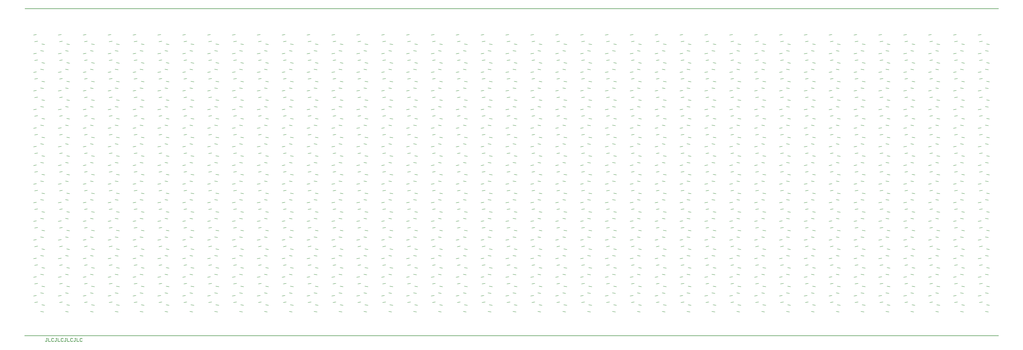
<source format=gto>
G04*
G04 #@! TF.GenerationSoftware,Altium Limited,Altium Designer,18.1.7 (191)*
G04*
G04 Layer_Color=65535*
%FSLAX44Y44*%
%MOMM*%
G71*
G01*
G75*
%ADD15C,0.2540*%
%ADD16C,0.2000*%
D15*
X1270Y1620000D02*
X4700000Y1620000D01*
X0Y40000D02*
X4700000D01*
X110157Y27617D02*
X105078D01*
X107618D01*
Y14922D01*
X105078Y12383D01*
X102539D01*
X100000Y14922D01*
X115235Y27617D02*
Y12383D01*
X125392D01*
X140627Y25078D02*
X138088Y27617D01*
X133009D01*
X130470Y25078D01*
Y14922D01*
X133009Y12383D01*
X138088D01*
X140627Y14922D01*
X155862Y27617D02*
X150784D01*
X153323D01*
Y14922D01*
X150784Y12383D01*
X148244D01*
X145705Y14922D01*
X160940Y27617D02*
Y12383D01*
X171097D01*
X186332Y25078D02*
X183793Y27617D01*
X178715D01*
X176175Y25078D01*
Y14922D01*
X178715Y12383D01*
X183793D01*
X186332Y14922D01*
X201567Y27617D02*
X196489D01*
X199028D01*
Y14922D01*
X196489Y12383D01*
X193950D01*
X191410Y14922D01*
X206646Y27617D02*
Y12383D01*
X216802D01*
X232037Y25078D02*
X229498Y27617D01*
X224420D01*
X221881Y25078D01*
Y14922D01*
X224420Y12383D01*
X229498D01*
X232037Y14922D01*
X247272Y27617D02*
X242194D01*
X244733D01*
Y14922D01*
X242194Y12383D01*
X239655D01*
X237116Y14922D01*
X252351Y27617D02*
Y12383D01*
X262507D01*
X277743Y25078D02*
X275203Y27617D01*
X270125D01*
X267586Y25078D01*
Y14922D01*
X270125Y12383D01*
X275203D01*
X277743Y14922D01*
D16*
X82626Y369020D02*
X97399Y366416D01*
X76983Y337014D02*
X91755Y334409D01*
X62930Y292507D02*
X48158Y289902D01*
X57287Y324513D02*
X42515Y321908D01*
X82626Y279020D02*
X97399Y276416D01*
X76983Y247014D02*
X91755Y244409D01*
X62930Y202507D02*
X48158Y199902D01*
X57287Y234513D02*
X42515Y231908D01*
X82626Y189020D02*
X97399Y186416D01*
X76983Y157014D02*
X91755Y154409D01*
X62930Y922506D02*
X48158Y919902D01*
X57287Y954513D02*
X42515Y951908D01*
X82626Y1089020D02*
X97399Y1086416D01*
X76983Y1057014D02*
X91755Y1054409D01*
X62930Y1102506D02*
X48158Y1099902D01*
X57287Y1134513D02*
X42515Y1131908D01*
X82626Y1179020D02*
X97399Y1176416D01*
X76983Y1147014D02*
X91755Y1144409D01*
X62930Y1192506D02*
X48158Y1189902D01*
X57287Y1224513D02*
X42515Y1221908D01*
X82626Y1269020D02*
X97399Y1266416D01*
X76983Y1237014D02*
X91755Y1234409D01*
X62930Y1282507D02*
X48158Y1279902D01*
X57287Y1314513D02*
X42515Y1311908D01*
X82626Y1359020D02*
X97399Y1356416D01*
X76983Y1327014D02*
X91755Y1324409D01*
X62930Y1372507D02*
X48158Y1369902D01*
X57287Y1404513D02*
X42515Y1401908D01*
X82626Y1449020D02*
X97399Y1446416D01*
X76983Y1417014D02*
X91755Y1414409D01*
X62930Y1462507D02*
X48158Y1459902D01*
X57287Y1494513D02*
X42515Y1491908D01*
X62930Y1012506D02*
X48158Y1009902D01*
X57287Y1044513D02*
X42515Y1041908D01*
X82626Y999020D02*
X97399Y996416D01*
X76983Y967014D02*
X91755Y964409D01*
X82626Y909020D02*
X97399Y906416D01*
X76983Y877014D02*
X91755Y874409D01*
X62930Y832506D02*
X48158Y829902D01*
X57287Y864513D02*
X42515Y861908D01*
X82626Y819020D02*
X97399Y816416D01*
X76983Y787014D02*
X91755Y784409D01*
X62930Y742506D02*
X48158Y739902D01*
X57287Y774513D02*
X42515Y771908D01*
X82626Y729020D02*
X97399Y726416D01*
X76983Y697014D02*
X91755Y694409D01*
X62930Y652506D02*
X48158Y649902D01*
X57287Y684513D02*
X42515Y681908D01*
X82626Y639020D02*
X97399Y636416D01*
X76983Y607014D02*
X91755Y604409D01*
X62930Y382506D02*
X48158Y379902D01*
X57287Y414513D02*
X42515Y411908D01*
X82626Y459020D02*
X97399Y456416D01*
X76983Y427014D02*
X91755Y424409D01*
X62930Y472506D02*
X48158Y469902D01*
X57287Y504513D02*
X42515Y501908D01*
X82626Y549020D02*
X97399Y546416D01*
X76983Y517014D02*
X91755Y514409D01*
X62930Y562506D02*
X48158Y559902D01*
X57287Y594513D02*
X42515Y591908D01*
X202626Y369020D02*
X217399Y366416D01*
X196983Y337014D02*
X211755Y334409D01*
X182930Y292507D02*
X168158Y289902D01*
X177287Y324513D02*
X162515Y321908D01*
X202626Y279020D02*
X217399Y276416D01*
X196983Y247014D02*
X211755Y244409D01*
X182930Y202507D02*
X168158Y199902D01*
X177287Y234513D02*
X162515Y231908D01*
X202626Y189020D02*
X217399Y186416D01*
X196983Y157014D02*
X211755Y154409D01*
X182930Y922506D02*
X168158Y919902D01*
X177287Y954513D02*
X162515Y951908D01*
X202626Y1089020D02*
X217399Y1086416D01*
X196983Y1057014D02*
X211755Y1054409D01*
X182930Y1102506D02*
X168158Y1099902D01*
X177287Y1134513D02*
X162515Y1131908D01*
X202626Y1179020D02*
X217399Y1176416D01*
X196983Y1147014D02*
X211755Y1144409D01*
X182930Y1192506D02*
X168158Y1189902D01*
X177287Y1224513D02*
X162515Y1221908D01*
X202626Y1269020D02*
X217399Y1266416D01*
X196983Y1237014D02*
X211755Y1234409D01*
X182930Y1282507D02*
X168158Y1279902D01*
X177287Y1314513D02*
X162515Y1311908D01*
X202626Y1359020D02*
X217399Y1356416D01*
X196983Y1327014D02*
X211755Y1324409D01*
X182930Y1372507D02*
X168158Y1369902D01*
X177287Y1404513D02*
X162515Y1401908D01*
X202626Y1449020D02*
X217399Y1446416D01*
X196983Y1417014D02*
X211755Y1414409D01*
X182930Y1462507D02*
X168158Y1459902D01*
X177287Y1494513D02*
X162515Y1491908D01*
X182930Y1012506D02*
X168158Y1009902D01*
X177287Y1044513D02*
X162515Y1041908D01*
X202626Y999020D02*
X217399Y996416D01*
X196983Y967014D02*
X211755Y964409D01*
X202626Y909020D02*
X217399Y906416D01*
X196983Y877014D02*
X211755Y874409D01*
X182930Y832506D02*
X168158Y829902D01*
X177287Y864513D02*
X162515Y861908D01*
X202626Y819020D02*
X217399Y816416D01*
X196983Y787014D02*
X211755Y784409D01*
X182930Y742506D02*
X168158Y739902D01*
X177287Y774513D02*
X162515Y771908D01*
X202626Y729020D02*
X217399Y726416D01*
X196983Y697014D02*
X211755Y694409D01*
X182930Y652506D02*
X168158Y649902D01*
X177287Y684513D02*
X162515Y681908D01*
X202626Y639020D02*
X217399Y636416D01*
X196983Y607014D02*
X211755Y604409D01*
X182930Y382506D02*
X168158Y379902D01*
X177287Y414513D02*
X162515Y411908D01*
X202626Y459020D02*
X217399Y456416D01*
X196983Y427014D02*
X211755Y424409D01*
X182930Y472506D02*
X168158Y469902D01*
X177287Y504513D02*
X162515Y501908D01*
X202626Y549020D02*
X217399Y546416D01*
X196983Y517014D02*
X211755Y514409D01*
X182930Y562506D02*
X168158Y559902D01*
X177287Y594513D02*
X162515Y591908D01*
X322626Y369020D02*
X337399Y366416D01*
X316983Y337014D02*
X331755Y334409D01*
X302930Y292507D02*
X288158Y289902D01*
X297287Y324513D02*
X282515Y321908D01*
X322626Y279020D02*
X337399Y276416D01*
X316983Y247014D02*
X331755Y244409D01*
X302930Y202507D02*
X288158Y199902D01*
X297287Y234513D02*
X282515Y231908D01*
X322626Y189020D02*
X337399Y186416D01*
X316983Y157014D02*
X331755Y154409D01*
X302930Y922506D02*
X288158Y919902D01*
X297287Y954513D02*
X282515Y951908D01*
X322626Y1089020D02*
X337399Y1086416D01*
X316983Y1057014D02*
X331755Y1054409D01*
X302930Y1102506D02*
X288158Y1099902D01*
X297287Y1134513D02*
X282515Y1131908D01*
X322626Y1179020D02*
X337399Y1176416D01*
X316983Y1147014D02*
X331755Y1144409D01*
X302930Y1192506D02*
X288158Y1189902D01*
X297287Y1224513D02*
X282515Y1221908D01*
X322626Y1269020D02*
X337399Y1266416D01*
X316983Y1237014D02*
X331755Y1234409D01*
X302930Y1282507D02*
X288158Y1279902D01*
X297287Y1314513D02*
X282515Y1311908D01*
X322626Y1359020D02*
X337399Y1356416D01*
X316983Y1327014D02*
X331755Y1324409D01*
X302930Y1372507D02*
X288158Y1369902D01*
X297287Y1404513D02*
X282515Y1401908D01*
X322626Y1449020D02*
X337399Y1446416D01*
X316983Y1417014D02*
X331755Y1414409D01*
X302930Y1462507D02*
X288158Y1459902D01*
X297287Y1494513D02*
X282515Y1491908D01*
X302930Y1012506D02*
X288158Y1009902D01*
X297287Y1044513D02*
X282515Y1041908D01*
X322626Y999020D02*
X337399Y996416D01*
X316983Y967014D02*
X331755Y964409D01*
X322626Y909020D02*
X337399Y906416D01*
X316983Y877014D02*
X331755Y874409D01*
X302930Y832506D02*
X288158Y829902D01*
X297287Y864513D02*
X282515Y861908D01*
X322626Y819020D02*
X337399Y816416D01*
X316983Y787014D02*
X331755Y784409D01*
X302930Y742506D02*
X288158Y739902D01*
X297287Y774513D02*
X282515Y771908D01*
X322626Y729020D02*
X337399Y726416D01*
X316983Y697014D02*
X331755Y694409D01*
X302930Y652506D02*
X288158Y649902D01*
X297287Y684513D02*
X282515Y681908D01*
X322626Y639020D02*
X337399Y636416D01*
X316983Y607014D02*
X331755Y604409D01*
X302930Y382506D02*
X288158Y379902D01*
X297287Y414513D02*
X282515Y411908D01*
X322626Y459020D02*
X337399Y456416D01*
X316983Y427014D02*
X331755Y424409D01*
X302930Y472506D02*
X288158Y469902D01*
X297287Y504513D02*
X282515Y501908D01*
X322626Y549020D02*
X337399Y546416D01*
X316983Y517014D02*
X331755Y514409D01*
X302930Y562506D02*
X288158Y559902D01*
X297287Y594513D02*
X282515Y591908D01*
X442626Y369020D02*
X457399Y366416D01*
X436983Y337014D02*
X451755Y334409D01*
X422930Y292507D02*
X408158Y289902D01*
X417287Y324513D02*
X402515Y321908D01*
X442626Y279020D02*
X457399Y276416D01*
X436983Y247014D02*
X451755Y244409D01*
X422930Y202507D02*
X408158Y199902D01*
X417287Y234513D02*
X402515Y231908D01*
X442626Y189020D02*
X457399Y186416D01*
X436983Y157014D02*
X451755Y154409D01*
X422930Y922506D02*
X408158Y919902D01*
X417287Y954513D02*
X402515Y951908D01*
X442626Y1089020D02*
X457399Y1086416D01*
X436983Y1057014D02*
X451755Y1054409D01*
X422930Y1102506D02*
X408158Y1099902D01*
X417287Y1134513D02*
X402515Y1131908D01*
X442626Y1179020D02*
X457399Y1176416D01*
X436983Y1147014D02*
X451755Y1144409D01*
X422930Y1192506D02*
X408158Y1189902D01*
X417287Y1224513D02*
X402515Y1221908D01*
X442626Y1269020D02*
X457399Y1266416D01*
X436983Y1237014D02*
X451755Y1234409D01*
X422930Y1282507D02*
X408158Y1279902D01*
X417287Y1314513D02*
X402515Y1311908D01*
X442626Y1359020D02*
X457399Y1356416D01*
X436983Y1327014D02*
X451755Y1324409D01*
X422930Y1372507D02*
X408158Y1369902D01*
X417287Y1404513D02*
X402515Y1401908D01*
X442626Y1449020D02*
X457399Y1446416D01*
X436983Y1417014D02*
X451755Y1414409D01*
X422930Y1462507D02*
X408158Y1459902D01*
X417287Y1494513D02*
X402515Y1491908D01*
X422930Y1012506D02*
X408158Y1009902D01*
X417287Y1044513D02*
X402515Y1041908D01*
X442626Y999020D02*
X457399Y996416D01*
X436983Y967014D02*
X451755Y964409D01*
X442626Y909020D02*
X457399Y906416D01*
X436983Y877014D02*
X451755Y874409D01*
X422930Y832506D02*
X408158Y829902D01*
X417287Y864513D02*
X402515Y861908D01*
X442626Y819020D02*
X457399Y816416D01*
X436983Y787014D02*
X451755Y784409D01*
X422930Y742506D02*
X408158Y739902D01*
X417287Y774513D02*
X402515Y771908D01*
X442626Y729020D02*
X457399Y726416D01*
X436983Y697014D02*
X451755Y694409D01*
X422930Y652506D02*
X408158Y649902D01*
X417287Y684513D02*
X402515Y681908D01*
X442626Y639020D02*
X457399Y636416D01*
X436983Y607014D02*
X451755Y604409D01*
X422930Y382506D02*
X408158Y379902D01*
X417287Y414513D02*
X402515Y411908D01*
X442626Y459020D02*
X457399Y456416D01*
X436983Y427014D02*
X451755Y424409D01*
X422930Y472506D02*
X408158Y469902D01*
X417287Y504513D02*
X402515Y501908D01*
X442626Y549020D02*
X457399Y546416D01*
X436983Y517014D02*
X451755Y514409D01*
X422930Y562506D02*
X408158Y559902D01*
X417287Y594513D02*
X402515Y591908D01*
X562626Y369020D02*
X577398Y366416D01*
X556983Y337014D02*
X571755Y334409D01*
X542930Y292507D02*
X528158Y289902D01*
X537287Y324513D02*
X522515Y321908D01*
X562626Y279020D02*
X577398Y276416D01*
X556983Y247014D02*
X571755Y244409D01*
X542930Y202507D02*
X528158Y199902D01*
X537287Y234513D02*
X522515Y231908D01*
X562626Y189020D02*
X577398Y186416D01*
X556983Y157014D02*
X571755Y154409D01*
X542930Y922506D02*
X528158Y919902D01*
X537287Y954513D02*
X522515Y951908D01*
X562626Y1089020D02*
X577398Y1086416D01*
X556983Y1057014D02*
X571755Y1054409D01*
X542930Y1102506D02*
X528158Y1099902D01*
X537287Y1134513D02*
X522515Y1131908D01*
X562626Y1179020D02*
X577398Y1176416D01*
X556983Y1147014D02*
X571755Y1144409D01*
X542930Y1192506D02*
X528158Y1189902D01*
X537287Y1224513D02*
X522515Y1221908D01*
X562626Y1269020D02*
X577398Y1266416D01*
X556983Y1237014D02*
X571755Y1234409D01*
X542930Y1282507D02*
X528158Y1279902D01*
X537287Y1314513D02*
X522515Y1311908D01*
X562626Y1359020D02*
X577398Y1356416D01*
X556983Y1327014D02*
X571755Y1324409D01*
X542930Y1372507D02*
X528158Y1369902D01*
X537287Y1404513D02*
X522515Y1401908D01*
X562626Y1449020D02*
X577398Y1446416D01*
X556983Y1417014D02*
X571755Y1414409D01*
X542930Y1462507D02*
X528158Y1459902D01*
X537287Y1494513D02*
X522515Y1491908D01*
X542930Y1012506D02*
X528158Y1009902D01*
X537287Y1044513D02*
X522515Y1041908D01*
X562626Y999020D02*
X577398Y996416D01*
X556983Y967014D02*
X571755Y964409D01*
X562626Y909020D02*
X577398Y906416D01*
X556983Y877014D02*
X571755Y874409D01*
X542930Y832506D02*
X528158Y829902D01*
X537287Y864513D02*
X522515Y861908D01*
X562626Y819020D02*
X577398Y816416D01*
X556983Y787014D02*
X571755Y784409D01*
X542930Y742506D02*
X528158Y739902D01*
X537287Y774513D02*
X522515Y771908D01*
X562626Y729020D02*
X577398Y726416D01*
X556983Y697014D02*
X571755Y694409D01*
X542930Y652506D02*
X528158Y649902D01*
X537287Y684513D02*
X522515Y681908D01*
X562626Y639020D02*
X577398Y636416D01*
X556983Y607014D02*
X571755Y604409D01*
X542930Y382506D02*
X528158Y379902D01*
X537287Y414513D02*
X522515Y411908D01*
X562626Y459020D02*
X577398Y456416D01*
X556983Y427014D02*
X571755Y424409D01*
X542930Y472506D02*
X528158Y469902D01*
X537287Y504513D02*
X522515Y501908D01*
X562626Y549020D02*
X577398Y546416D01*
X556983Y517014D02*
X571755Y514409D01*
X542930Y562506D02*
X528158Y559902D01*
X537287Y594513D02*
X522515Y591908D01*
X682626Y369020D02*
X697399Y366416D01*
X676983Y337014D02*
X691755Y334409D01*
X662930Y292507D02*
X648158Y289902D01*
X657287Y324513D02*
X642514Y321908D01*
X682626Y279020D02*
X697399Y276416D01*
X676983Y247014D02*
X691755Y244409D01*
X662930Y202507D02*
X648158Y199902D01*
X657287Y234513D02*
X642514Y231908D01*
X682626Y189020D02*
X697399Y186416D01*
X676983Y157014D02*
X691755Y154409D01*
X662930Y922506D02*
X648158Y919902D01*
X657287Y954513D02*
X642514Y951908D01*
X682626Y1089020D02*
X697399Y1086416D01*
X676983Y1057014D02*
X691755Y1054409D01*
X662930Y1102506D02*
X648158Y1099902D01*
X657287Y1134513D02*
X642514Y1131908D01*
X682626Y1179020D02*
X697399Y1176416D01*
X676983Y1147014D02*
X691755Y1144409D01*
X662930Y1192506D02*
X648158Y1189902D01*
X657287Y1224513D02*
X642514Y1221908D01*
X682626Y1269020D02*
X697399Y1266416D01*
X676983Y1237014D02*
X691755Y1234409D01*
X662930Y1282507D02*
X648158Y1279902D01*
X657287Y1314513D02*
X642514Y1311908D01*
X682626Y1359020D02*
X697399Y1356416D01*
X676983Y1327014D02*
X691755Y1324409D01*
X662930Y1372507D02*
X648158Y1369902D01*
X657287Y1404513D02*
X642514Y1401908D01*
X682626Y1449020D02*
X697399Y1446416D01*
X676983Y1417014D02*
X691755Y1414409D01*
X662930Y1462507D02*
X648158Y1459902D01*
X657287Y1494513D02*
X642515Y1491908D01*
X662930Y1012506D02*
X648158Y1009902D01*
X657287Y1044513D02*
X642514Y1041908D01*
X682626Y999020D02*
X697399Y996416D01*
X676983Y967014D02*
X691755Y964409D01*
X682626Y909020D02*
X697399Y906416D01*
X676983Y877014D02*
X691755Y874409D01*
X662930Y832506D02*
X648158Y829902D01*
X657287Y864513D02*
X642514Y861908D01*
X682626Y819020D02*
X697399Y816416D01*
X676983Y787014D02*
X691755Y784409D01*
X662930Y742506D02*
X648158Y739902D01*
X657287Y774513D02*
X642514Y771908D01*
X682626Y729020D02*
X697399Y726416D01*
X676983Y697014D02*
X691755Y694409D01*
X662930Y652506D02*
X648158Y649902D01*
X657287Y684513D02*
X642514Y681908D01*
X682626Y639020D02*
X697399Y636416D01*
X676983Y607014D02*
X691755Y604409D01*
X662930Y382506D02*
X648158Y379902D01*
X657287Y414513D02*
X642514Y411908D01*
X682626Y459020D02*
X697399Y456416D01*
X676983Y427014D02*
X691755Y424409D01*
X662930Y472506D02*
X648158Y469902D01*
X657287Y504513D02*
X642514Y501908D01*
X682626Y549020D02*
X697399Y546416D01*
X676983Y517014D02*
X691755Y514409D01*
X662930Y562506D02*
X648158Y559902D01*
X657287Y594513D02*
X642514Y591908D01*
X802626Y369020D02*
X817399Y366416D01*
X796983Y337014D02*
X811755Y334409D01*
X782930Y292507D02*
X768158Y289902D01*
X777287Y324513D02*
X762514Y321908D01*
X802626Y279020D02*
X817399Y276416D01*
X796983Y247014D02*
X811755Y244409D01*
X782930Y202507D02*
X768158Y199902D01*
X777287Y234513D02*
X762514Y231908D01*
X802626Y189020D02*
X817399Y186416D01*
X796983Y157014D02*
X811755Y154409D01*
X782930Y922506D02*
X768158Y919902D01*
X777287Y954513D02*
X762514Y951908D01*
X802626Y1089020D02*
X817399Y1086416D01*
X796983Y1057014D02*
X811755Y1054409D01*
X782930Y1102506D02*
X768158Y1099902D01*
X777287Y1134513D02*
X762514Y1131908D01*
X802626Y1179020D02*
X817399Y1176416D01*
X796983Y1147014D02*
X811755Y1144409D01*
X782930Y1192506D02*
X768158Y1189902D01*
X777287Y1224513D02*
X762514Y1221908D01*
X802626Y1269020D02*
X817399Y1266416D01*
X796983Y1237014D02*
X811755Y1234409D01*
X782930Y1282507D02*
X768158Y1279902D01*
X777287Y1314513D02*
X762514Y1311908D01*
X802626Y1359020D02*
X817399Y1356416D01*
X796983Y1327014D02*
X811755Y1324409D01*
X782930Y1372507D02*
X768158Y1369902D01*
X777287Y1404513D02*
X762514Y1401908D01*
X802626Y1449020D02*
X817399Y1446416D01*
X796983Y1417014D02*
X811755Y1414409D01*
X782930Y1462507D02*
X768158Y1459902D01*
X777287Y1494513D02*
X762515Y1491908D01*
X782930Y1012506D02*
X768158Y1009902D01*
X777287Y1044513D02*
X762514Y1041908D01*
X802626Y999020D02*
X817399Y996416D01*
X796983Y967014D02*
X811755Y964409D01*
X802626Y909020D02*
X817399Y906416D01*
X796983Y877014D02*
X811755Y874409D01*
X782930Y832506D02*
X768158Y829902D01*
X777287Y864513D02*
X762514Y861908D01*
X802626Y819020D02*
X817399Y816416D01*
X796983Y787014D02*
X811755Y784409D01*
X782930Y742506D02*
X768158Y739902D01*
X777287Y774513D02*
X762514Y771908D01*
X802626Y729020D02*
X817399Y726416D01*
X796983Y697014D02*
X811755Y694409D01*
X782930Y652506D02*
X768158Y649902D01*
X777287Y684513D02*
X762514Y681908D01*
X802626Y639020D02*
X817399Y636416D01*
X796983Y607014D02*
X811755Y604409D01*
X782930Y382506D02*
X768158Y379902D01*
X777287Y414513D02*
X762514Y411908D01*
X802626Y459020D02*
X817399Y456416D01*
X796983Y427014D02*
X811755Y424409D01*
X782930Y472506D02*
X768158Y469902D01*
X777287Y504513D02*
X762514Y501908D01*
X802626Y549020D02*
X817399Y546416D01*
X796983Y517014D02*
X811755Y514409D01*
X782930Y562506D02*
X768158Y559902D01*
X777287Y594513D02*
X762514Y591908D01*
X922626Y369020D02*
X937399Y366416D01*
X916983Y337014D02*
X931755Y334409D01*
X902930Y292507D02*
X888158Y289902D01*
X897287Y324513D02*
X882514Y321908D01*
X922626Y279020D02*
X937399Y276416D01*
X916983Y247014D02*
X931755Y244409D01*
X902930Y202507D02*
X888158Y199902D01*
X897287Y234513D02*
X882514Y231908D01*
X922626Y189020D02*
X937399Y186416D01*
X916983Y157014D02*
X931755Y154409D01*
X902930Y922506D02*
X888158Y919902D01*
X897287Y954513D02*
X882514Y951908D01*
X922626Y1089020D02*
X937399Y1086416D01*
X916983Y1057014D02*
X931755Y1054409D01*
X902930Y1102506D02*
X888158Y1099902D01*
X897287Y1134513D02*
X882514Y1131908D01*
X922626Y1179020D02*
X937399Y1176416D01*
X916983Y1147014D02*
X931755Y1144409D01*
X902930Y1192506D02*
X888158Y1189902D01*
X897287Y1224513D02*
X882514Y1221908D01*
X922626Y1269020D02*
X937399Y1266416D01*
X916983Y1237014D02*
X931755Y1234409D01*
X902930Y1282507D02*
X888158Y1279902D01*
X897287Y1314513D02*
X882514Y1311908D01*
X922626Y1359020D02*
X937399Y1356416D01*
X916983Y1327014D02*
X931755Y1324409D01*
X902930Y1372507D02*
X888158Y1369902D01*
X897287Y1404513D02*
X882514Y1401908D01*
X922626Y1449020D02*
X937399Y1446416D01*
X916983Y1417014D02*
X931755Y1414409D01*
X902930Y1462507D02*
X888158Y1459902D01*
X897287Y1494513D02*
X882515Y1491908D01*
X902930Y1012506D02*
X888158Y1009902D01*
X897287Y1044513D02*
X882514Y1041908D01*
X922626Y999020D02*
X937399Y996416D01*
X916983Y967014D02*
X931755Y964409D01*
X922626Y909020D02*
X937399Y906416D01*
X916983Y877014D02*
X931755Y874409D01*
X902930Y832506D02*
X888158Y829902D01*
X897287Y864513D02*
X882514Y861908D01*
X922626Y819020D02*
X937399Y816416D01*
X916983Y787014D02*
X931755Y784409D01*
X902930Y742506D02*
X888158Y739902D01*
X897287Y774513D02*
X882514Y771908D01*
X922626Y729020D02*
X937399Y726416D01*
X916983Y697014D02*
X931755Y694409D01*
X902930Y652506D02*
X888158Y649902D01*
X897287Y684513D02*
X882514Y681908D01*
X922626Y639020D02*
X937399Y636416D01*
X916983Y607014D02*
X931755Y604409D01*
X902930Y382506D02*
X888158Y379902D01*
X897287Y414513D02*
X882514Y411908D01*
X922626Y459020D02*
X937399Y456416D01*
X916983Y427014D02*
X931755Y424409D01*
X902930Y472506D02*
X888158Y469902D01*
X897287Y504513D02*
X882514Y501908D01*
X922626Y549020D02*
X937399Y546416D01*
X916983Y517014D02*
X931755Y514409D01*
X902930Y562506D02*
X888158Y559902D01*
X897287Y594513D02*
X882514Y591908D01*
X1042626Y369020D02*
X1057399Y366416D01*
X1036983Y337014D02*
X1051755Y334409D01*
X1022930Y292507D02*
X1008158Y289902D01*
X1017287Y324513D02*
X1002514Y321908D01*
X1042626Y279020D02*
X1057399Y276416D01*
X1036983Y247014D02*
X1051755Y244409D01*
X1022930Y202507D02*
X1008158Y199902D01*
X1017287Y234513D02*
X1002514Y231908D01*
X1042626Y189020D02*
X1057399Y186416D01*
X1036983Y157014D02*
X1051755Y154409D01*
X1022930Y922506D02*
X1008158Y919902D01*
X1017287Y954513D02*
X1002514Y951908D01*
X1042626Y1089020D02*
X1057399Y1086416D01*
X1036983Y1057014D02*
X1051755Y1054409D01*
X1022930Y1102506D02*
X1008158Y1099902D01*
X1017287Y1134513D02*
X1002514Y1131908D01*
X1042626Y1179020D02*
X1057399Y1176416D01*
X1036983Y1147014D02*
X1051755Y1144409D01*
X1022930Y1192506D02*
X1008158Y1189902D01*
X1017287Y1224513D02*
X1002514Y1221908D01*
X1042626Y1269020D02*
X1057399Y1266416D01*
X1036983Y1237014D02*
X1051755Y1234409D01*
X1022930Y1282507D02*
X1008158Y1279902D01*
X1017287Y1314513D02*
X1002514Y1311908D01*
X1042626Y1359020D02*
X1057399Y1356416D01*
X1036983Y1327014D02*
X1051755Y1324409D01*
X1022930Y1372507D02*
X1008158Y1369902D01*
X1017287Y1404513D02*
X1002514Y1401908D01*
X1042626Y1449020D02*
X1057399Y1446416D01*
X1036983Y1417014D02*
X1051755Y1414409D01*
X1022930Y1462507D02*
X1008158Y1459902D01*
X1017287Y1494513D02*
X1002515Y1491908D01*
X1022930Y1012506D02*
X1008158Y1009902D01*
X1017287Y1044513D02*
X1002514Y1041908D01*
X1042626Y999020D02*
X1057399Y996416D01*
X1036983Y967014D02*
X1051755Y964409D01*
X1042626Y909020D02*
X1057399Y906416D01*
X1036983Y877014D02*
X1051755Y874409D01*
X1022930Y832506D02*
X1008158Y829902D01*
X1017287Y864513D02*
X1002514Y861908D01*
X1042626Y819020D02*
X1057399Y816416D01*
X1036983Y787014D02*
X1051755Y784409D01*
X1022930Y742506D02*
X1008158Y739902D01*
X1017287Y774513D02*
X1002514Y771908D01*
X1042626Y729020D02*
X1057399Y726416D01*
X1036983Y697014D02*
X1051755Y694409D01*
X1022930Y652506D02*
X1008158Y649902D01*
X1017287Y684513D02*
X1002514Y681908D01*
X1042626Y639020D02*
X1057399Y636416D01*
X1036983Y607014D02*
X1051755Y604409D01*
X1022930Y382506D02*
X1008158Y379902D01*
X1017287Y414513D02*
X1002514Y411908D01*
X1042626Y459020D02*
X1057399Y456416D01*
X1036983Y427014D02*
X1051755Y424409D01*
X1022930Y472506D02*
X1008158Y469902D01*
X1017287Y504513D02*
X1002514Y501908D01*
X1042626Y549020D02*
X1057399Y546416D01*
X1036983Y517014D02*
X1051755Y514409D01*
X1022930Y562506D02*
X1008158Y559902D01*
X1017287Y594513D02*
X1002514Y591908D01*
X1162626Y369020D02*
X1177399Y366416D01*
X1156983Y337014D02*
X1171755Y334409D01*
X1142930Y292507D02*
X1128158Y289902D01*
X1137287Y324513D02*
X1122514Y321908D01*
X1162626Y279020D02*
X1177399Y276416D01*
X1156983Y247014D02*
X1171755Y244409D01*
X1142930Y202507D02*
X1128158Y199902D01*
X1137287Y234513D02*
X1122514Y231908D01*
X1162626Y189020D02*
X1177399Y186416D01*
X1156983Y157014D02*
X1171755Y154409D01*
X1142930Y922506D02*
X1128158Y919902D01*
X1137287Y954513D02*
X1122514Y951908D01*
X1162626Y1089020D02*
X1177399Y1086416D01*
X1156983Y1057014D02*
X1171755Y1054409D01*
X1142930Y1102506D02*
X1128158Y1099902D01*
X1137287Y1134513D02*
X1122514Y1131908D01*
X1162626Y1179020D02*
X1177399Y1176416D01*
X1156983Y1147014D02*
X1171755Y1144409D01*
X1142930Y1192506D02*
X1128158Y1189902D01*
X1137287Y1224513D02*
X1122514Y1221908D01*
X1162626Y1269020D02*
X1177399Y1266416D01*
X1156983Y1237014D02*
X1171755Y1234409D01*
X1142930Y1282507D02*
X1128158Y1279902D01*
X1137287Y1314513D02*
X1122514Y1311908D01*
X1162626Y1359020D02*
X1177399Y1356416D01*
X1156983Y1327014D02*
X1171755Y1324409D01*
X1142930Y1372507D02*
X1128158Y1369902D01*
X1137287Y1404513D02*
X1122514Y1401908D01*
X1162626Y1449020D02*
X1177399Y1446416D01*
X1156983Y1417014D02*
X1171755Y1414409D01*
X1142930Y1462507D02*
X1128158Y1459902D01*
X1137287Y1494513D02*
X1122515Y1491908D01*
X1142930Y1012506D02*
X1128158Y1009902D01*
X1137287Y1044513D02*
X1122514Y1041908D01*
X1162626Y999020D02*
X1177399Y996416D01*
X1156983Y967014D02*
X1171755Y964409D01*
X1162626Y909020D02*
X1177399Y906416D01*
X1156983Y877014D02*
X1171755Y874409D01*
X1142930Y832506D02*
X1128158Y829902D01*
X1137287Y864513D02*
X1122514Y861908D01*
X1162626Y819020D02*
X1177399Y816416D01*
X1156983Y787014D02*
X1171755Y784409D01*
X1142930Y742506D02*
X1128158Y739902D01*
X1137287Y774513D02*
X1122514Y771908D01*
X1162626Y729020D02*
X1177399Y726416D01*
X1156983Y697014D02*
X1171755Y694409D01*
X1142930Y652506D02*
X1128158Y649902D01*
X1137287Y684513D02*
X1122514Y681908D01*
X1162626Y639020D02*
X1177399Y636416D01*
X1156983Y607014D02*
X1171755Y604409D01*
X1142930Y382506D02*
X1128158Y379902D01*
X1137287Y414513D02*
X1122514Y411908D01*
X1162626Y459020D02*
X1177399Y456416D01*
X1156983Y427014D02*
X1171755Y424409D01*
X1142930Y472506D02*
X1128158Y469902D01*
X1137287Y504513D02*
X1122514Y501908D01*
X1162626Y549020D02*
X1177399Y546416D01*
X1156983Y517014D02*
X1171755Y514409D01*
X1142930Y562506D02*
X1128158Y559902D01*
X1137287Y594513D02*
X1122514Y591908D01*
X1282626Y369020D02*
X1297399Y366416D01*
X1276983Y337014D02*
X1291755Y334409D01*
X1262930Y292507D02*
X1248158Y289902D01*
X1257287Y324513D02*
X1242514Y321908D01*
X1282626Y279020D02*
X1297399Y276416D01*
X1276983Y247014D02*
X1291755Y244409D01*
X1262930Y202507D02*
X1248158Y199902D01*
X1257287Y234513D02*
X1242514Y231908D01*
X1282626Y189020D02*
X1297399Y186416D01*
X1276983Y157014D02*
X1291755Y154409D01*
X1262930Y922506D02*
X1248158Y919902D01*
X1257287Y954513D02*
X1242514Y951908D01*
X1282626Y1089020D02*
X1297399Y1086416D01*
X1276983Y1057014D02*
X1291755Y1054409D01*
X1262930Y1102506D02*
X1248158Y1099902D01*
X1257287Y1134513D02*
X1242514Y1131908D01*
X1282626Y1179020D02*
X1297399Y1176416D01*
X1276983Y1147014D02*
X1291755Y1144409D01*
X1262930Y1192506D02*
X1248158Y1189902D01*
X1257287Y1224513D02*
X1242514Y1221908D01*
X1282626Y1269020D02*
X1297399Y1266416D01*
X1276983Y1237014D02*
X1291755Y1234409D01*
X1262930Y1282507D02*
X1248158Y1279902D01*
X1257287Y1314513D02*
X1242514Y1311908D01*
X1282626Y1359020D02*
X1297399Y1356416D01*
X1276983Y1327014D02*
X1291755Y1324409D01*
X1262930Y1372507D02*
X1248158Y1369902D01*
X1257287Y1404513D02*
X1242514Y1401908D01*
X1282626Y1449020D02*
X1297399Y1446416D01*
X1276983Y1417014D02*
X1291755Y1414409D01*
X1262930Y1462507D02*
X1248158Y1459902D01*
X1257287Y1494513D02*
X1242515Y1491908D01*
X1262930Y1012506D02*
X1248158Y1009902D01*
X1257287Y1044513D02*
X1242514Y1041908D01*
X1282626Y999020D02*
X1297399Y996416D01*
X1276983Y967014D02*
X1291755Y964409D01*
X1282626Y909020D02*
X1297399Y906416D01*
X1276983Y877014D02*
X1291755Y874409D01*
X1262930Y832506D02*
X1248158Y829902D01*
X1257287Y864513D02*
X1242514Y861908D01*
X1282626Y819020D02*
X1297399Y816416D01*
X1276983Y787014D02*
X1291755Y784409D01*
X1262930Y742506D02*
X1248158Y739902D01*
X1257287Y774513D02*
X1242514Y771908D01*
X1282626Y729020D02*
X1297399Y726416D01*
X1276983Y697014D02*
X1291755Y694409D01*
X1262930Y652506D02*
X1248158Y649902D01*
X1257287Y684513D02*
X1242514Y681908D01*
X1282626Y639020D02*
X1297399Y636416D01*
X1276983Y607014D02*
X1291755Y604409D01*
X1262930Y382506D02*
X1248158Y379902D01*
X1257287Y414513D02*
X1242514Y411908D01*
X1282626Y459020D02*
X1297399Y456416D01*
X1276983Y427014D02*
X1291755Y424409D01*
X1262930Y472506D02*
X1248158Y469902D01*
X1257287Y504513D02*
X1242514Y501908D01*
X1282626Y549020D02*
X1297399Y546416D01*
X1276983Y517014D02*
X1291755Y514409D01*
X1262930Y562506D02*
X1248158Y559902D01*
X1257287Y594513D02*
X1242514Y591908D01*
X1402626Y369020D02*
X1417399Y366416D01*
X1396983Y337014D02*
X1411755Y334409D01*
X1382930Y292507D02*
X1368158Y289902D01*
X1377287Y324513D02*
X1362514Y321908D01*
X1402626Y279020D02*
X1417399Y276416D01*
X1396983Y247014D02*
X1411755Y244409D01*
X1382930Y202507D02*
X1368158Y199902D01*
X1377287Y234513D02*
X1362514Y231908D01*
X1402626Y189020D02*
X1417399Y186416D01*
X1396983Y157014D02*
X1411755Y154409D01*
X1382930Y922506D02*
X1368158Y919902D01*
X1377287Y954513D02*
X1362514Y951908D01*
X1402626Y1089020D02*
X1417399Y1086416D01*
X1396983Y1057014D02*
X1411755Y1054409D01*
X1382930Y1102506D02*
X1368158Y1099902D01*
X1377287Y1134513D02*
X1362514Y1131908D01*
X1402626Y1179020D02*
X1417399Y1176416D01*
X1396983Y1147014D02*
X1411755Y1144409D01*
X1382930Y1192506D02*
X1368158Y1189902D01*
X1377287Y1224513D02*
X1362514Y1221908D01*
X1402626Y1269020D02*
X1417399Y1266416D01*
X1396983Y1237014D02*
X1411755Y1234409D01*
X1382930Y1282507D02*
X1368158Y1279902D01*
X1377287Y1314513D02*
X1362514Y1311908D01*
X1402626Y1359020D02*
X1417399Y1356416D01*
X1396983Y1327014D02*
X1411755Y1324409D01*
X1382930Y1372507D02*
X1368158Y1369902D01*
X1377287Y1404513D02*
X1362514Y1401908D01*
X1402626Y1449020D02*
X1417399Y1446416D01*
X1396983Y1417014D02*
X1411755Y1414409D01*
X1382930Y1462507D02*
X1368158Y1459902D01*
X1377287Y1494513D02*
X1362514Y1491908D01*
X1382930Y1012506D02*
X1368158Y1009902D01*
X1377287Y1044513D02*
X1362514Y1041908D01*
X1402626Y999020D02*
X1417399Y996416D01*
X1396983Y967014D02*
X1411755Y964409D01*
X1402626Y909020D02*
X1417399Y906416D01*
X1396983Y877014D02*
X1411755Y874409D01*
X1382930Y832506D02*
X1368158Y829902D01*
X1377287Y864513D02*
X1362514Y861908D01*
X1402626Y819020D02*
X1417399Y816416D01*
X1396983Y787014D02*
X1411755Y784409D01*
X1382930Y742506D02*
X1368158Y739902D01*
X1377287Y774513D02*
X1362514Y771908D01*
X1402626Y729020D02*
X1417399Y726416D01*
X1396983Y697014D02*
X1411755Y694409D01*
X1382930Y652506D02*
X1368158Y649902D01*
X1377287Y684513D02*
X1362514Y681908D01*
X1402626Y639020D02*
X1417399Y636416D01*
X1396983Y607014D02*
X1411755Y604409D01*
X1382930Y382506D02*
X1368158Y379902D01*
X1377287Y414513D02*
X1362514Y411908D01*
X1402626Y459020D02*
X1417399Y456416D01*
X1396983Y427014D02*
X1411755Y424409D01*
X1382930Y472506D02*
X1368158Y469902D01*
X1377287Y504513D02*
X1362514Y501908D01*
X1402626Y549020D02*
X1417399Y546416D01*
X1396983Y517014D02*
X1411755Y514409D01*
X1382930Y562506D02*
X1368158Y559902D01*
X1377287Y594513D02*
X1362514Y591908D01*
X1522626Y369020D02*
X1537398Y366416D01*
X1516983Y337014D02*
X1531755Y334409D01*
X1502930Y292507D02*
X1488158Y289902D01*
X1497287Y324513D02*
X1482514Y321908D01*
X1522626Y279020D02*
X1537398Y276416D01*
X1516983Y247014D02*
X1531755Y244409D01*
X1502930Y202507D02*
X1488158Y199902D01*
X1497287Y234513D02*
X1482514Y231908D01*
X1522626Y189020D02*
X1537398Y186416D01*
X1516983Y157014D02*
X1531755Y154409D01*
X1502930Y922506D02*
X1488158Y919902D01*
X1497287Y954513D02*
X1482514Y951908D01*
X1522626Y1089020D02*
X1537398Y1086416D01*
X1516983Y1057014D02*
X1531755Y1054409D01*
X1502930Y1102506D02*
X1488158Y1099902D01*
X1497287Y1134513D02*
X1482514Y1131908D01*
X1522626Y1179020D02*
X1537398Y1176416D01*
X1516983Y1147014D02*
X1531755Y1144409D01*
X1502930Y1192506D02*
X1488158Y1189902D01*
X1497287Y1224513D02*
X1482514Y1221908D01*
X1522626Y1269020D02*
X1537398Y1266416D01*
X1516983Y1237014D02*
X1531755Y1234409D01*
X1502930Y1282507D02*
X1488158Y1279902D01*
X1497287Y1314513D02*
X1482514Y1311908D01*
X1522626Y1359020D02*
X1537398Y1356416D01*
X1516983Y1327014D02*
X1531755Y1324409D01*
X1502930Y1372507D02*
X1488158Y1369902D01*
X1497287Y1404513D02*
X1482514Y1401908D01*
X1522626Y1449020D02*
X1537398Y1446416D01*
X1516983Y1417014D02*
X1531755Y1414409D01*
X1502930Y1462507D02*
X1488158Y1459902D01*
X1497287Y1494513D02*
X1482514Y1491908D01*
X1502930Y1012506D02*
X1488158Y1009902D01*
X1497287Y1044513D02*
X1482514Y1041908D01*
X1522626Y999020D02*
X1537398Y996416D01*
X1516983Y967014D02*
X1531755Y964409D01*
X1522626Y909020D02*
X1537398Y906416D01*
X1516983Y877014D02*
X1531755Y874409D01*
X1502930Y832506D02*
X1488158Y829902D01*
X1497287Y864513D02*
X1482514Y861908D01*
X1522626Y819020D02*
X1537398Y816416D01*
X1516983Y787014D02*
X1531755Y784409D01*
X1502930Y742506D02*
X1488158Y739902D01*
X1497287Y774513D02*
X1482514Y771908D01*
X1522626Y729020D02*
X1537398Y726416D01*
X1516983Y697014D02*
X1531755Y694409D01*
X1502930Y652506D02*
X1488158Y649902D01*
X1497287Y684513D02*
X1482514Y681908D01*
X1522626Y639020D02*
X1537398Y636416D01*
X1516983Y607014D02*
X1531755Y604409D01*
X1502930Y382506D02*
X1488158Y379902D01*
X1497287Y414513D02*
X1482514Y411908D01*
X1522626Y459020D02*
X1537398Y456416D01*
X1516983Y427014D02*
X1531755Y424409D01*
X1502930Y472506D02*
X1488158Y469902D01*
X1497287Y504513D02*
X1482514Y501908D01*
X1522626Y549020D02*
X1537398Y546416D01*
X1516983Y517014D02*
X1531755Y514409D01*
X1502930Y562506D02*
X1488158Y559902D01*
X1497287Y594513D02*
X1482514Y591908D01*
X1642626Y369020D02*
X1657398Y366416D01*
X1636983Y337014D02*
X1651755Y334409D01*
X1622930Y292507D02*
X1608158Y289902D01*
X1617287Y324513D02*
X1602514Y321908D01*
X1642626Y279020D02*
X1657398Y276416D01*
X1636983Y247014D02*
X1651755Y244409D01*
X1622930Y202507D02*
X1608158Y199902D01*
X1617287Y234513D02*
X1602514Y231908D01*
X1642626Y189020D02*
X1657398Y186416D01*
X1636983Y157014D02*
X1651755Y154409D01*
X1622930Y922506D02*
X1608158Y919902D01*
X1617287Y954513D02*
X1602514Y951908D01*
X1642626Y1089020D02*
X1657398Y1086416D01*
X1636983Y1057014D02*
X1651755Y1054409D01*
X1622930Y1102506D02*
X1608158Y1099902D01*
X1617287Y1134513D02*
X1602514Y1131908D01*
X1642626Y1179020D02*
X1657398Y1176416D01*
X1636983Y1147014D02*
X1651755Y1144409D01*
X1622930Y1192506D02*
X1608158Y1189902D01*
X1617287Y1224513D02*
X1602514Y1221908D01*
X1642626Y1269020D02*
X1657398Y1266416D01*
X1636983Y1237014D02*
X1651755Y1234409D01*
X1622930Y1282507D02*
X1608158Y1279902D01*
X1617287Y1314513D02*
X1602514Y1311908D01*
X1642626Y1359020D02*
X1657398Y1356416D01*
X1636983Y1327014D02*
X1651755Y1324409D01*
X1622930Y1372507D02*
X1608158Y1369902D01*
X1617287Y1404513D02*
X1602514Y1401908D01*
X1642626Y1449020D02*
X1657398Y1446416D01*
X1636983Y1417014D02*
X1651755Y1414409D01*
X1622930Y1462507D02*
X1608158Y1459902D01*
X1617287Y1494513D02*
X1602514Y1491908D01*
X1622930Y1012506D02*
X1608158Y1009902D01*
X1617287Y1044513D02*
X1602514Y1041908D01*
X1642626Y999020D02*
X1657398Y996416D01*
X1636983Y967014D02*
X1651755Y964409D01*
X1642626Y909020D02*
X1657398Y906416D01*
X1636983Y877014D02*
X1651755Y874409D01*
X1622930Y832506D02*
X1608158Y829902D01*
X1617287Y864513D02*
X1602514Y861908D01*
X1642626Y819020D02*
X1657398Y816416D01*
X1636983Y787014D02*
X1651755Y784409D01*
X1622930Y742506D02*
X1608158Y739902D01*
X1617287Y774513D02*
X1602514Y771908D01*
X1642626Y729020D02*
X1657398Y726416D01*
X1636983Y697014D02*
X1651755Y694409D01*
X1622930Y652506D02*
X1608158Y649902D01*
X1617287Y684513D02*
X1602514Y681908D01*
X1642626Y639020D02*
X1657398Y636416D01*
X1636983Y607014D02*
X1651755Y604409D01*
X1622930Y382506D02*
X1608158Y379902D01*
X1617287Y414513D02*
X1602514Y411908D01*
X1642626Y459020D02*
X1657398Y456416D01*
X1636983Y427014D02*
X1651755Y424409D01*
X1622930Y472506D02*
X1608158Y469902D01*
X1617287Y504513D02*
X1602514Y501908D01*
X1642626Y549020D02*
X1657398Y546416D01*
X1636983Y517014D02*
X1651755Y514409D01*
X1622930Y562506D02*
X1608158Y559902D01*
X1617287Y594513D02*
X1602514Y591908D01*
X1762626Y369020D02*
X1777398Y366416D01*
X1756983Y337014D02*
X1771755Y334409D01*
X1742930Y292507D02*
X1728158Y289902D01*
X1737287Y324513D02*
X1722514Y321908D01*
X1762626Y279020D02*
X1777398Y276416D01*
X1756983Y247014D02*
X1771755Y244409D01*
X1742930Y202507D02*
X1728158Y199902D01*
X1737287Y234513D02*
X1722514Y231908D01*
X1762626Y189020D02*
X1777398Y186416D01*
X1756983Y157014D02*
X1771755Y154409D01*
X1742930Y922506D02*
X1728158Y919902D01*
X1737287Y954513D02*
X1722514Y951908D01*
X1762626Y1089020D02*
X1777398Y1086416D01*
X1756983Y1057014D02*
X1771755Y1054409D01*
X1742930Y1102506D02*
X1728158Y1099902D01*
X1737287Y1134513D02*
X1722514Y1131908D01*
X1762626Y1179020D02*
X1777398Y1176416D01*
X1756983Y1147014D02*
X1771755Y1144409D01*
X1742930Y1192506D02*
X1728158Y1189902D01*
X1737287Y1224513D02*
X1722514Y1221908D01*
X1762626Y1269020D02*
X1777398Y1266416D01*
X1756983Y1237014D02*
X1771755Y1234409D01*
X1742930Y1282507D02*
X1728158Y1279902D01*
X1737287Y1314513D02*
X1722514Y1311908D01*
X1762626Y1359020D02*
X1777398Y1356416D01*
X1756983Y1327014D02*
X1771755Y1324409D01*
X1742930Y1372507D02*
X1728158Y1369902D01*
X1737287Y1404513D02*
X1722514Y1401908D01*
X1762626Y1449020D02*
X1777398Y1446416D01*
X1756983Y1417014D02*
X1771755Y1414409D01*
X1742930Y1462507D02*
X1728158Y1459902D01*
X1737287Y1494513D02*
X1722514Y1491908D01*
X1742930Y1012506D02*
X1728158Y1009902D01*
X1737287Y1044513D02*
X1722514Y1041908D01*
X1762626Y999020D02*
X1777398Y996416D01*
X1756983Y967014D02*
X1771755Y964409D01*
X1762626Y909020D02*
X1777398Y906416D01*
X1756983Y877014D02*
X1771755Y874409D01*
X1742930Y832506D02*
X1728158Y829902D01*
X1737287Y864513D02*
X1722514Y861908D01*
X1762626Y819020D02*
X1777398Y816416D01*
X1756983Y787014D02*
X1771755Y784409D01*
X1742930Y742506D02*
X1728158Y739902D01*
X1737287Y774513D02*
X1722514Y771908D01*
X1762626Y729020D02*
X1777398Y726416D01*
X1756983Y697014D02*
X1771755Y694409D01*
X1742930Y652506D02*
X1728158Y649902D01*
X1737287Y684513D02*
X1722514Y681908D01*
X1762626Y639020D02*
X1777398Y636416D01*
X1756983Y607014D02*
X1771755Y604409D01*
X1742930Y382506D02*
X1728158Y379902D01*
X1737287Y414513D02*
X1722514Y411908D01*
X1762626Y459020D02*
X1777398Y456416D01*
X1756983Y427014D02*
X1771755Y424409D01*
X1742930Y472506D02*
X1728158Y469902D01*
X1737287Y504513D02*
X1722514Y501908D01*
X1762626Y549020D02*
X1777398Y546416D01*
X1756983Y517014D02*
X1771755Y514409D01*
X1742930Y562506D02*
X1728158Y559902D01*
X1737287Y594513D02*
X1722514Y591908D01*
X1882626Y369020D02*
X1897398Y366416D01*
X1876983Y337014D02*
X1891755Y334409D01*
X1862930Y292507D02*
X1848158Y289902D01*
X1857287Y324513D02*
X1842514Y321908D01*
X1882626Y279020D02*
X1897398Y276416D01*
X1876983Y247014D02*
X1891755Y244409D01*
X1862930Y202507D02*
X1848158Y199902D01*
X1857287Y234513D02*
X1842514Y231908D01*
X1882626Y189020D02*
X1897398Y186416D01*
X1876983Y157014D02*
X1891755Y154409D01*
X1862930Y922506D02*
X1848158Y919902D01*
X1857287Y954513D02*
X1842514Y951908D01*
X1882626Y1089020D02*
X1897398Y1086416D01*
X1876983Y1057014D02*
X1891755Y1054409D01*
X1862930Y1102506D02*
X1848158Y1099902D01*
X1857287Y1134513D02*
X1842514Y1131908D01*
X1882626Y1179020D02*
X1897398Y1176416D01*
X1876983Y1147014D02*
X1891755Y1144409D01*
X1862930Y1192506D02*
X1848158Y1189902D01*
X1857287Y1224513D02*
X1842514Y1221908D01*
X1882626Y1269020D02*
X1897398Y1266416D01*
X1876983Y1237014D02*
X1891755Y1234409D01*
X1862930Y1282507D02*
X1848158Y1279902D01*
X1857287Y1314513D02*
X1842514Y1311908D01*
X1882626Y1359020D02*
X1897398Y1356416D01*
X1876983Y1327014D02*
X1891755Y1324409D01*
X1862930Y1372507D02*
X1848158Y1369902D01*
X1857287Y1404513D02*
X1842514Y1401908D01*
X1882626Y1449020D02*
X1897398Y1446416D01*
X1876983Y1417014D02*
X1891755Y1414409D01*
X1862930Y1462507D02*
X1848158Y1459902D01*
X1857287Y1494513D02*
X1842514Y1491908D01*
X1862930Y1012506D02*
X1848158Y1009902D01*
X1857287Y1044513D02*
X1842514Y1041908D01*
X1882626Y999020D02*
X1897398Y996416D01*
X1876983Y967014D02*
X1891755Y964409D01*
X1882626Y909020D02*
X1897398Y906416D01*
X1876983Y877014D02*
X1891755Y874409D01*
X1862930Y832506D02*
X1848158Y829902D01*
X1857287Y864513D02*
X1842514Y861908D01*
X1882626Y819020D02*
X1897398Y816416D01*
X1876983Y787014D02*
X1891755Y784409D01*
X1862930Y742506D02*
X1848158Y739902D01*
X1857287Y774513D02*
X1842514Y771908D01*
X1882626Y729020D02*
X1897398Y726416D01*
X1876983Y697014D02*
X1891755Y694409D01*
X1862930Y652506D02*
X1848158Y649902D01*
X1857287Y684513D02*
X1842514Y681908D01*
X1882626Y639020D02*
X1897398Y636416D01*
X1876983Y607014D02*
X1891755Y604409D01*
X1862930Y382506D02*
X1848158Y379902D01*
X1857287Y414513D02*
X1842514Y411908D01*
X1882626Y459020D02*
X1897398Y456416D01*
X1876983Y427014D02*
X1891755Y424409D01*
X1862930Y472506D02*
X1848158Y469902D01*
X1857287Y504513D02*
X1842514Y501908D01*
X1882626Y549020D02*
X1897398Y546416D01*
X1876983Y517014D02*
X1891755Y514409D01*
X1862930Y562506D02*
X1848158Y559902D01*
X1857287Y594513D02*
X1842514Y591908D01*
X2002626Y369020D02*
X2017398Y366416D01*
X1996983Y337014D02*
X2011755Y334409D01*
X1982930Y292507D02*
X1968158Y289902D01*
X1977287Y324513D02*
X1962514Y321908D01*
X2002626Y279020D02*
X2017398Y276416D01*
X1996983Y247014D02*
X2011755Y244409D01*
X1982930Y202507D02*
X1968158Y199902D01*
X1977287Y234513D02*
X1962514Y231908D01*
X2002626Y189020D02*
X2017398Y186416D01*
X1996983Y157014D02*
X2011755Y154409D01*
X1982930Y922506D02*
X1968158Y919902D01*
X1977287Y954513D02*
X1962514Y951908D01*
X2002626Y1089020D02*
X2017398Y1086416D01*
X1996983Y1057014D02*
X2011755Y1054409D01*
X1982930Y1102506D02*
X1968158Y1099902D01*
X1977287Y1134513D02*
X1962514Y1131908D01*
X2002626Y1179020D02*
X2017398Y1176416D01*
X1996983Y1147014D02*
X2011755Y1144409D01*
X1982930Y1192506D02*
X1968158Y1189902D01*
X1977287Y1224513D02*
X1962514Y1221908D01*
X2002626Y1269020D02*
X2017398Y1266416D01*
X1996983Y1237014D02*
X2011755Y1234409D01*
X1982930Y1282507D02*
X1968158Y1279902D01*
X1977287Y1314513D02*
X1962514Y1311908D01*
X2002626Y1359020D02*
X2017398Y1356416D01*
X1996983Y1327014D02*
X2011755Y1324409D01*
X1982930Y1372507D02*
X1968158Y1369902D01*
X1977287Y1404513D02*
X1962514Y1401908D01*
X2002626Y1449020D02*
X2017398Y1446416D01*
X1996983Y1417014D02*
X2011755Y1414409D01*
X1982930Y1462507D02*
X1968158Y1459902D01*
X1977287Y1494513D02*
X1962514Y1491908D01*
X1982930Y1012506D02*
X1968158Y1009902D01*
X1977287Y1044513D02*
X1962514Y1041908D01*
X2002626Y999020D02*
X2017398Y996416D01*
X1996983Y967014D02*
X2011755Y964409D01*
X2002626Y909020D02*
X2017398Y906416D01*
X1996983Y877014D02*
X2011755Y874409D01*
X1982930Y832506D02*
X1968158Y829902D01*
X1977287Y864513D02*
X1962514Y861908D01*
X2002626Y819020D02*
X2017398Y816416D01*
X1996983Y787014D02*
X2011755Y784409D01*
X1982930Y742506D02*
X1968158Y739902D01*
X1977287Y774513D02*
X1962514Y771908D01*
X2002626Y729020D02*
X2017398Y726416D01*
X1996983Y697014D02*
X2011755Y694409D01*
X1982930Y652506D02*
X1968158Y649902D01*
X1977287Y684513D02*
X1962514Y681908D01*
X2002626Y639020D02*
X2017398Y636416D01*
X1996983Y607014D02*
X2011755Y604409D01*
X1982930Y382506D02*
X1968158Y379902D01*
X1977287Y414513D02*
X1962514Y411908D01*
X2002626Y459020D02*
X2017398Y456416D01*
X1996983Y427014D02*
X2011755Y424409D01*
X1982930Y472506D02*
X1968158Y469902D01*
X1977287Y504513D02*
X1962514Y501908D01*
X2002626Y549020D02*
X2017398Y546416D01*
X1996983Y517014D02*
X2011755Y514409D01*
X1982930Y562506D02*
X1968158Y559902D01*
X1977287Y594513D02*
X1962514Y591908D01*
X2122626Y369020D02*
X2137398Y366416D01*
X2116983Y337014D02*
X2131755Y334409D01*
X2102930Y292507D02*
X2088158Y289902D01*
X2097287Y324513D02*
X2082514Y321908D01*
X2122626Y279020D02*
X2137398Y276416D01*
X2116983Y247014D02*
X2131755Y244409D01*
X2102930Y202507D02*
X2088158Y199902D01*
X2097287Y234513D02*
X2082514Y231908D01*
X2122626Y189020D02*
X2137398Y186416D01*
X2116983Y157014D02*
X2131755Y154409D01*
X2102930Y922506D02*
X2088158Y919902D01*
X2097287Y954513D02*
X2082514Y951908D01*
X2122626Y1089020D02*
X2137398Y1086416D01*
X2116983Y1057014D02*
X2131755Y1054409D01*
X2102930Y1102506D02*
X2088158Y1099902D01*
X2097287Y1134513D02*
X2082514Y1131908D01*
X2122626Y1179020D02*
X2137398Y1176416D01*
X2116983Y1147014D02*
X2131755Y1144409D01*
X2102930Y1192506D02*
X2088158Y1189902D01*
X2097287Y1224513D02*
X2082514Y1221908D01*
X2122626Y1269020D02*
X2137398Y1266416D01*
X2116983Y1237014D02*
X2131755Y1234409D01*
X2102930Y1282507D02*
X2088158Y1279902D01*
X2097287Y1314513D02*
X2082514Y1311908D01*
X2122626Y1359020D02*
X2137398Y1356416D01*
X2116983Y1327014D02*
X2131755Y1324409D01*
X2102930Y1372507D02*
X2088158Y1369902D01*
X2097287Y1404513D02*
X2082514Y1401908D01*
X2122626Y1449020D02*
X2137398Y1446416D01*
X2116983Y1417014D02*
X2131755Y1414409D01*
X2102930Y1462507D02*
X2088158Y1459902D01*
X2097287Y1494513D02*
X2082514Y1491908D01*
X2102930Y1012506D02*
X2088158Y1009902D01*
X2097287Y1044513D02*
X2082514Y1041908D01*
X2122626Y999020D02*
X2137398Y996416D01*
X2116983Y967014D02*
X2131755Y964409D01*
X2122626Y909020D02*
X2137398Y906416D01*
X2116983Y877014D02*
X2131755Y874409D01*
X2102930Y832506D02*
X2088158Y829902D01*
X2097287Y864513D02*
X2082514Y861908D01*
X2122626Y819020D02*
X2137398Y816416D01*
X2116983Y787014D02*
X2131755Y784409D01*
X2102930Y742506D02*
X2088158Y739902D01*
X2097287Y774513D02*
X2082514Y771908D01*
X2122626Y729020D02*
X2137398Y726416D01*
X2116983Y697014D02*
X2131755Y694409D01*
X2102930Y652506D02*
X2088158Y649902D01*
X2097287Y684513D02*
X2082514Y681908D01*
X2122626Y639020D02*
X2137398Y636416D01*
X2116983Y607014D02*
X2131755Y604409D01*
X2102930Y382506D02*
X2088158Y379902D01*
X2097287Y414513D02*
X2082514Y411908D01*
X2122626Y459020D02*
X2137398Y456416D01*
X2116983Y427014D02*
X2131755Y424409D01*
X2102930Y472506D02*
X2088158Y469902D01*
X2097287Y504513D02*
X2082514Y501908D01*
X2122626Y549020D02*
X2137398Y546416D01*
X2116983Y517014D02*
X2131755Y514409D01*
X2102930Y562506D02*
X2088158Y559902D01*
X2097287Y594513D02*
X2082514Y591908D01*
X2242626Y369020D02*
X2257398Y366416D01*
X2236983Y337014D02*
X2251755Y334409D01*
X2222930Y292507D02*
X2208158Y289902D01*
X2217287Y324513D02*
X2202514Y321908D01*
X2242626Y279020D02*
X2257398Y276416D01*
X2236983Y247014D02*
X2251755Y244409D01*
X2222930Y202507D02*
X2208158Y199902D01*
X2217287Y234513D02*
X2202514Y231908D01*
X2242626Y189020D02*
X2257398Y186416D01*
X2236983Y157014D02*
X2251755Y154409D01*
X2222930Y922506D02*
X2208158Y919902D01*
X2217287Y954513D02*
X2202514Y951908D01*
X2242626Y1089020D02*
X2257398Y1086416D01*
X2236983Y1057014D02*
X2251755Y1054409D01*
X2222930Y1102506D02*
X2208158Y1099902D01*
X2217287Y1134513D02*
X2202514Y1131908D01*
X2242626Y1179020D02*
X2257398Y1176416D01*
X2236983Y1147014D02*
X2251755Y1144409D01*
X2222930Y1192506D02*
X2208158Y1189902D01*
X2217287Y1224513D02*
X2202514Y1221908D01*
X2242626Y1269020D02*
X2257398Y1266416D01*
X2236983Y1237014D02*
X2251755Y1234409D01*
X2222930Y1282507D02*
X2208158Y1279902D01*
X2217287Y1314513D02*
X2202514Y1311908D01*
X2242626Y1359020D02*
X2257398Y1356416D01*
X2236983Y1327014D02*
X2251755Y1324409D01*
X2222930Y1372507D02*
X2208158Y1369902D01*
X2217287Y1404513D02*
X2202514Y1401908D01*
X2242626Y1449020D02*
X2257398Y1446416D01*
X2236983Y1417014D02*
X2251755Y1414409D01*
X2222930Y1462507D02*
X2208158Y1459902D01*
X2217287Y1494513D02*
X2202514Y1491908D01*
X2222930Y1012506D02*
X2208158Y1009902D01*
X2217287Y1044513D02*
X2202514Y1041908D01*
X2242626Y999020D02*
X2257398Y996416D01*
X2236983Y967014D02*
X2251755Y964409D01*
X2242626Y909020D02*
X2257398Y906416D01*
X2236983Y877014D02*
X2251755Y874409D01*
X2222930Y832506D02*
X2208158Y829902D01*
X2217287Y864513D02*
X2202514Y861908D01*
X2242626Y819020D02*
X2257398Y816416D01*
X2236983Y787014D02*
X2251755Y784409D01*
X2222930Y742506D02*
X2208158Y739902D01*
X2217287Y774513D02*
X2202514Y771908D01*
X2242626Y729020D02*
X2257398Y726416D01*
X2236983Y697014D02*
X2251755Y694409D01*
X2222930Y652506D02*
X2208158Y649902D01*
X2217287Y684513D02*
X2202514Y681908D01*
X2242626Y639020D02*
X2257398Y636416D01*
X2236983Y607014D02*
X2251755Y604409D01*
X2222930Y382506D02*
X2208158Y379902D01*
X2217287Y414513D02*
X2202514Y411908D01*
X2242626Y459020D02*
X2257398Y456416D01*
X2236983Y427014D02*
X2251755Y424409D01*
X2222930Y472506D02*
X2208158Y469902D01*
X2217287Y504513D02*
X2202514Y501908D01*
X2242626Y549020D02*
X2257398Y546416D01*
X2236983Y517014D02*
X2251755Y514409D01*
X2222930Y562506D02*
X2208158Y559902D01*
X2217287Y594513D02*
X2202514Y591908D01*
X2362626Y369020D02*
X2377398Y366416D01*
X2356983Y337014D02*
X2371755Y334409D01*
X2342930Y292507D02*
X2328158Y289902D01*
X2337287Y324513D02*
X2322514Y321908D01*
X2362626Y279020D02*
X2377398Y276416D01*
X2356983Y247014D02*
X2371755Y244409D01*
X2342930Y202507D02*
X2328158Y199902D01*
X2337287Y234513D02*
X2322514Y231908D01*
X2362626Y189020D02*
X2377398Y186416D01*
X2356983Y157014D02*
X2371755Y154409D01*
X2342930Y922506D02*
X2328158Y919902D01*
X2337287Y954513D02*
X2322514Y951908D01*
X2362626Y1089020D02*
X2377398Y1086416D01*
X2356983Y1057014D02*
X2371755Y1054409D01*
X2342930Y1102506D02*
X2328158Y1099902D01*
X2337287Y1134513D02*
X2322514Y1131908D01*
X2362626Y1179020D02*
X2377398Y1176416D01*
X2356983Y1147014D02*
X2371755Y1144409D01*
X2342930Y1192506D02*
X2328158Y1189902D01*
X2337287Y1224513D02*
X2322514Y1221908D01*
X2362626Y1269020D02*
X2377398Y1266416D01*
X2356983Y1237014D02*
X2371755Y1234409D01*
X2342930Y1282507D02*
X2328158Y1279902D01*
X2337287Y1314513D02*
X2322514Y1311908D01*
X2362626Y1359020D02*
X2377398Y1356416D01*
X2356983Y1327014D02*
X2371755Y1324409D01*
X2342930Y1372507D02*
X2328158Y1369902D01*
X2337287Y1404513D02*
X2322514Y1401908D01*
X2362626Y1449020D02*
X2377398Y1446416D01*
X2356983Y1417014D02*
X2371755Y1414409D01*
X2342930Y1462507D02*
X2328158Y1459902D01*
X2337287Y1494513D02*
X2322514Y1491908D01*
X2342930Y1012506D02*
X2328158Y1009902D01*
X2337287Y1044513D02*
X2322514Y1041908D01*
X2362626Y999020D02*
X2377398Y996416D01*
X2356983Y967014D02*
X2371755Y964409D01*
X2362626Y909020D02*
X2377398Y906416D01*
X2356983Y877014D02*
X2371755Y874409D01*
X2342930Y832506D02*
X2328158Y829902D01*
X2337287Y864513D02*
X2322514Y861908D01*
X2362626Y819020D02*
X2377398Y816416D01*
X2356983Y787014D02*
X2371755Y784409D01*
X2342930Y742506D02*
X2328158Y739902D01*
X2337287Y774513D02*
X2322514Y771908D01*
X2362626Y729020D02*
X2377398Y726416D01*
X2356983Y697014D02*
X2371755Y694409D01*
X2342930Y652506D02*
X2328158Y649902D01*
X2337287Y684513D02*
X2322514Y681908D01*
X2362626Y639020D02*
X2377398Y636416D01*
X2356983Y607014D02*
X2371755Y604409D01*
X2342930Y382506D02*
X2328158Y379902D01*
X2337287Y414513D02*
X2322514Y411908D01*
X2362626Y459020D02*
X2377398Y456416D01*
X2356983Y427014D02*
X2371755Y424409D01*
X2342930Y472506D02*
X2328158Y469902D01*
X2337287Y504513D02*
X2322514Y501908D01*
X2362626Y549020D02*
X2377398Y546416D01*
X2356983Y517014D02*
X2371755Y514409D01*
X2342930Y562506D02*
X2328158Y559902D01*
X2337287Y594513D02*
X2322514Y591908D01*
X2482626Y369020D02*
X2497398Y366416D01*
X2476983Y337014D02*
X2491755Y334409D01*
X2462930Y292507D02*
X2448158Y289902D01*
X2457287Y324513D02*
X2442514Y321908D01*
X2482626Y279020D02*
X2497398Y276416D01*
X2476983Y247014D02*
X2491755Y244409D01*
X2462930Y202507D02*
X2448158Y199902D01*
X2457287Y234513D02*
X2442514Y231908D01*
X2482626Y189020D02*
X2497398Y186416D01*
X2476983Y157014D02*
X2491755Y154409D01*
X2462930Y922506D02*
X2448158Y919902D01*
X2457287Y954513D02*
X2442514Y951908D01*
X2482626Y1089020D02*
X2497398Y1086416D01*
X2476983Y1057014D02*
X2491755Y1054409D01*
X2462930Y1102506D02*
X2448158Y1099902D01*
X2457287Y1134513D02*
X2442514Y1131908D01*
X2482626Y1179020D02*
X2497398Y1176416D01*
X2476983Y1147014D02*
X2491755Y1144409D01*
X2462930Y1192506D02*
X2448158Y1189902D01*
X2457287Y1224513D02*
X2442514Y1221908D01*
X2482626Y1269020D02*
X2497398Y1266416D01*
X2476983Y1237014D02*
X2491755Y1234409D01*
X2462930Y1282507D02*
X2448158Y1279902D01*
X2457287Y1314513D02*
X2442514Y1311908D01*
X2482626Y1359020D02*
X2497398Y1356416D01*
X2476983Y1327014D02*
X2491755Y1324409D01*
X2462930Y1372507D02*
X2448158Y1369902D01*
X2457287Y1404513D02*
X2442514Y1401908D01*
X2482626Y1449020D02*
X2497398Y1446416D01*
X2476983Y1417014D02*
X2491755Y1414409D01*
X2462930Y1462507D02*
X2448158Y1459902D01*
X2457287Y1494513D02*
X2442514Y1491908D01*
X2462930Y1012506D02*
X2448158Y1009902D01*
X2457287Y1044513D02*
X2442514Y1041908D01*
X2482626Y999020D02*
X2497398Y996416D01*
X2476983Y967014D02*
X2491755Y964409D01*
X2482626Y909020D02*
X2497398Y906416D01*
X2476983Y877014D02*
X2491755Y874409D01*
X2462930Y832506D02*
X2448158Y829902D01*
X2457287Y864513D02*
X2442514Y861908D01*
X2482626Y819020D02*
X2497398Y816416D01*
X2476983Y787014D02*
X2491755Y784409D01*
X2462930Y742506D02*
X2448158Y739902D01*
X2457287Y774513D02*
X2442514Y771908D01*
X2482626Y729020D02*
X2497398Y726416D01*
X2476983Y697014D02*
X2491755Y694409D01*
X2462930Y652506D02*
X2448158Y649902D01*
X2457287Y684513D02*
X2442514Y681908D01*
X2482626Y639020D02*
X2497398Y636416D01*
X2476983Y607014D02*
X2491755Y604409D01*
X2462930Y382506D02*
X2448158Y379902D01*
X2457287Y414513D02*
X2442514Y411908D01*
X2482626Y459020D02*
X2497398Y456416D01*
X2476983Y427014D02*
X2491755Y424409D01*
X2462930Y472506D02*
X2448158Y469902D01*
X2457287Y504513D02*
X2442514Y501908D01*
X2482626Y549020D02*
X2497398Y546416D01*
X2476983Y517014D02*
X2491755Y514409D01*
X2462930Y562506D02*
X2448158Y559902D01*
X2457287Y594513D02*
X2442514Y591908D01*
X2602626Y369020D02*
X2617398Y366416D01*
X2596983Y337014D02*
X2611755Y334409D01*
X2582930Y292507D02*
X2568158Y289902D01*
X2577286Y324513D02*
X2562514Y321908D01*
X2602626Y279020D02*
X2617398Y276416D01*
X2596983Y247014D02*
X2611755Y244409D01*
X2582930Y202507D02*
X2568158Y199902D01*
X2577286Y234513D02*
X2562514Y231908D01*
X2602626Y189020D02*
X2617398Y186416D01*
X2596983Y157014D02*
X2611755Y154409D01*
X2582930Y922506D02*
X2568158Y919902D01*
X2577286Y954513D02*
X2562514Y951908D01*
X2602626Y1089020D02*
X2617398Y1086416D01*
X2596983Y1057014D02*
X2611755Y1054409D01*
X2582930Y1102506D02*
X2568158Y1099902D01*
X2577286Y1134513D02*
X2562514Y1131908D01*
X2602626Y1179020D02*
X2617398Y1176416D01*
X2596983Y1147014D02*
X2611755Y1144409D01*
X2582930Y1192506D02*
X2568158Y1189902D01*
X2577286Y1224513D02*
X2562514Y1221908D01*
X2602626Y1269020D02*
X2617398Y1266416D01*
X2596983Y1237014D02*
X2611755Y1234409D01*
X2582930Y1282507D02*
X2568158Y1279902D01*
X2577286Y1314513D02*
X2562514Y1311908D01*
X2602626Y1359020D02*
X2617398Y1356416D01*
X2596983Y1327014D02*
X2611755Y1324409D01*
X2582930Y1372507D02*
X2568158Y1369902D01*
X2577286Y1404513D02*
X2562514Y1401908D01*
X2602626Y1449020D02*
X2617398Y1446416D01*
X2596983Y1417014D02*
X2611755Y1414409D01*
X2582930Y1462507D02*
X2568158Y1459902D01*
X2577286Y1494513D02*
X2562514Y1491908D01*
X2582930Y1012506D02*
X2568158Y1009902D01*
X2577286Y1044513D02*
X2562514Y1041908D01*
X2602626Y999020D02*
X2617398Y996416D01*
X2596983Y967014D02*
X2611755Y964409D01*
X2602626Y909020D02*
X2617398Y906416D01*
X2596983Y877014D02*
X2611755Y874409D01*
X2582930Y832506D02*
X2568158Y829902D01*
X2577286Y864513D02*
X2562514Y861908D01*
X2602626Y819020D02*
X2617398Y816416D01*
X2596983Y787014D02*
X2611755Y784409D01*
X2582930Y742506D02*
X2568158Y739902D01*
X2577286Y774513D02*
X2562514Y771908D01*
X2602626Y729020D02*
X2617398Y726416D01*
X2596983Y697014D02*
X2611755Y694409D01*
X2582930Y652506D02*
X2568158Y649902D01*
X2577286Y684513D02*
X2562514Y681908D01*
X2602626Y639020D02*
X2617398Y636416D01*
X2596983Y607014D02*
X2611755Y604409D01*
X2582930Y382506D02*
X2568158Y379902D01*
X2577286Y414513D02*
X2562514Y411908D01*
X2602626Y459020D02*
X2617398Y456416D01*
X2596983Y427014D02*
X2611755Y424409D01*
X2582930Y472506D02*
X2568158Y469902D01*
X2577286Y504513D02*
X2562514Y501908D01*
X2602626Y549020D02*
X2617398Y546416D01*
X2596983Y517014D02*
X2611755Y514409D01*
X2582930Y562506D02*
X2568158Y559902D01*
X2577286Y594513D02*
X2562514Y591908D01*
X2722626Y369020D02*
X2737398Y366416D01*
X2716983Y337014D02*
X2731755Y334409D01*
X2702930Y292507D02*
X2688158Y289902D01*
X2697286Y324513D02*
X2682514Y321908D01*
X2722626Y279020D02*
X2737398Y276416D01*
X2716983Y247014D02*
X2731755Y244409D01*
X2702930Y202507D02*
X2688158Y199902D01*
X2697286Y234513D02*
X2682514Y231908D01*
X2722626Y189020D02*
X2737398Y186416D01*
X2716983Y157014D02*
X2731755Y154409D01*
X2702930Y922506D02*
X2688158Y919902D01*
X2697286Y954513D02*
X2682514Y951908D01*
X2722626Y1089020D02*
X2737398Y1086416D01*
X2716983Y1057014D02*
X2731755Y1054409D01*
X2702930Y1102506D02*
X2688158Y1099902D01*
X2697286Y1134513D02*
X2682514Y1131908D01*
X2722626Y1179020D02*
X2737398Y1176416D01*
X2716983Y1147014D02*
X2731755Y1144409D01*
X2702930Y1192506D02*
X2688158Y1189902D01*
X2697286Y1224513D02*
X2682514Y1221908D01*
X2722626Y1269020D02*
X2737398Y1266416D01*
X2716983Y1237014D02*
X2731755Y1234409D01*
X2702930Y1282507D02*
X2688158Y1279902D01*
X2697286Y1314513D02*
X2682514Y1311908D01*
X2722626Y1359020D02*
X2737398Y1356416D01*
X2716983Y1327014D02*
X2731755Y1324409D01*
X2702930Y1372507D02*
X2688158Y1369902D01*
X2697286Y1404513D02*
X2682514Y1401908D01*
X2722626Y1449020D02*
X2737398Y1446416D01*
X2716983Y1417014D02*
X2731755Y1414409D01*
X2702930Y1462507D02*
X2688158Y1459902D01*
X2697286Y1494513D02*
X2682514Y1491908D01*
X2702930Y1012506D02*
X2688158Y1009902D01*
X2697286Y1044513D02*
X2682514Y1041908D01*
X2722626Y999020D02*
X2737398Y996416D01*
X2716983Y967014D02*
X2731755Y964409D01*
X2722626Y909020D02*
X2737398Y906416D01*
X2716983Y877014D02*
X2731755Y874409D01*
X2702930Y832506D02*
X2688158Y829902D01*
X2697286Y864513D02*
X2682514Y861908D01*
X2722626Y819020D02*
X2737398Y816416D01*
X2716983Y787014D02*
X2731755Y784409D01*
X2702930Y742506D02*
X2688158Y739902D01*
X2697286Y774513D02*
X2682514Y771908D01*
X2722626Y729020D02*
X2737398Y726416D01*
X2716983Y697014D02*
X2731755Y694409D01*
X2702930Y652506D02*
X2688158Y649902D01*
X2697286Y684513D02*
X2682514Y681908D01*
X2722626Y639020D02*
X2737398Y636416D01*
X2716983Y607014D02*
X2731755Y604409D01*
X2702930Y382506D02*
X2688158Y379902D01*
X2697286Y414513D02*
X2682514Y411908D01*
X2722626Y459020D02*
X2737398Y456416D01*
X2716983Y427014D02*
X2731755Y424409D01*
X2702930Y472506D02*
X2688158Y469902D01*
X2697286Y504513D02*
X2682514Y501908D01*
X2722626Y549020D02*
X2737398Y546416D01*
X2716983Y517014D02*
X2731755Y514409D01*
X2702930Y562506D02*
X2688158Y559902D01*
X2697286Y594513D02*
X2682514Y591908D01*
X2842626Y369020D02*
X2857398Y366416D01*
X2836983Y337014D02*
X2851755Y334409D01*
X2822930Y292507D02*
X2808158Y289902D01*
X2817286Y324513D02*
X2802514Y321908D01*
X2842626Y279020D02*
X2857398Y276416D01*
X2836983Y247014D02*
X2851755Y244409D01*
X2822930Y202507D02*
X2808158Y199902D01*
X2817286Y234513D02*
X2802514Y231908D01*
X2842626Y189020D02*
X2857398Y186416D01*
X2836983Y157014D02*
X2851755Y154409D01*
X2822930Y922506D02*
X2808158Y919902D01*
X2817286Y954513D02*
X2802514Y951908D01*
X2842626Y1089020D02*
X2857398Y1086416D01*
X2836983Y1057014D02*
X2851755Y1054409D01*
X2822930Y1102506D02*
X2808158Y1099902D01*
X2817286Y1134513D02*
X2802514Y1131908D01*
X2842626Y1179020D02*
X2857398Y1176416D01*
X2836983Y1147014D02*
X2851755Y1144409D01*
X2822930Y1192506D02*
X2808158Y1189902D01*
X2817286Y1224513D02*
X2802514Y1221908D01*
X2842626Y1269020D02*
X2857398Y1266416D01*
X2836983Y1237014D02*
X2851755Y1234409D01*
X2822930Y1282507D02*
X2808158Y1279902D01*
X2817286Y1314513D02*
X2802514Y1311908D01*
X2842626Y1359020D02*
X2857398Y1356416D01*
X2836983Y1327014D02*
X2851755Y1324409D01*
X2822930Y1372507D02*
X2808158Y1369902D01*
X2817286Y1404513D02*
X2802514Y1401908D01*
X2842626Y1449020D02*
X2857398Y1446416D01*
X2836983Y1417014D02*
X2851755Y1414409D01*
X2822930Y1462507D02*
X2808158Y1459902D01*
X2817286Y1494513D02*
X2802514Y1491908D01*
X2822930Y1012506D02*
X2808158Y1009902D01*
X2817286Y1044513D02*
X2802514Y1041908D01*
X2842626Y999020D02*
X2857398Y996416D01*
X2836983Y967014D02*
X2851755Y964409D01*
X2842626Y909020D02*
X2857398Y906416D01*
X2836983Y877014D02*
X2851755Y874409D01*
X2822930Y832506D02*
X2808158Y829902D01*
X2817286Y864513D02*
X2802514Y861908D01*
X2842626Y819020D02*
X2857398Y816416D01*
X2836983Y787014D02*
X2851755Y784409D01*
X2822930Y742506D02*
X2808158Y739902D01*
X2817286Y774513D02*
X2802514Y771908D01*
X2842626Y729020D02*
X2857398Y726416D01*
X2836983Y697014D02*
X2851755Y694409D01*
X2822930Y652506D02*
X2808158Y649902D01*
X2817286Y684513D02*
X2802514Y681908D01*
X2842626Y639020D02*
X2857398Y636416D01*
X2836983Y607014D02*
X2851755Y604409D01*
X2822930Y382506D02*
X2808158Y379902D01*
X2817286Y414513D02*
X2802514Y411908D01*
X2842626Y459020D02*
X2857398Y456416D01*
X2836983Y427014D02*
X2851755Y424409D01*
X2822930Y472506D02*
X2808158Y469902D01*
X2817286Y504513D02*
X2802514Y501908D01*
X2842626Y549020D02*
X2857398Y546416D01*
X2836983Y517014D02*
X2851755Y514409D01*
X2822930Y562506D02*
X2808158Y559902D01*
X2817286Y594513D02*
X2802514Y591908D01*
X2962626Y369020D02*
X2977398Y366416D01*
X2956983Y337014D02*
X2971755Y334409D01*
X2942930Y292507D02*
X2928158Y289902D01*
X2937286Y324513D02*
X2922514Y321908D01*
X2962626Y279020D02*
X2977398Y276416D01*
X2956983Y247014D02*
X2971755Y244409D01*
X2942930Y202507D02*
X2928158Y199902D01*
X2937286Y234513D02*
X2922514Y231908D01*
X2962626Y189020D02*
X2977398Y186416D01*
X2956983Y157014D02*
X2971755Y154409D01*
X2942930Y922506D02*
X2928158Y919902D01*
X2937286Y954513D02*
X2922514Y951908D01*
X2962626Y1089020D02*
X2977398Y1086416D01*
X2956983Y1057014D02*
X2971755Y1054409D01*
X2942930Y1102506D02*
X2928158Y1099902D01*
X2937286Y1134513D02*
X2922514Y1131908D01*
X2962626Y1179020D02*
X2977398Y1176416D01*
X2956983Y1147014D02*
X2971755Y1144409D01*
X2942930Y1192506D02*
X2928158Y1189902D01*
X2937286Y1224513D02*
X2922514Y1221908D01*
X2962626Y1269020D02*
X2977398Y1266416D01*
X2956983Y1237014D02*
X2971755Y1234409D01*
X2942930Y1282507D02*
X2928158Y1279902D01*
X2937286Y1314513D02*
X2922514Y1311908D01*
X2962626Y1359020D02*
X2977398Y1356416D01*
X2956983Y1327014D02*
X2971755Y1324409D01*
X2942930Y1372507D02*
X2928158Y1369902D01*
X2937286Y1404513D02*
X2922514Y1401908D01*
X2962626Y1449020D02*
X2977398Y1446416D01*
X2956983Y1417014D02*
X2971755Y1414409D01*
X2942930Y1462507D02*
X2928158Y1459902D01*
X2937286Y1494513D02*
X2922514Y1491908D01*
X2942930Y1012506D02*
X2928158Y1009902D01*
X2937286Y1044513D02*
X2922514Y1041908D01*
X2962626Y999020D02*
X2977398Y996416D01*
X2956983Y967014D02*
X2971755Y964409D01*
X2962626Y909020D02*
X2977398Y906416D01*
X2956983Y877014D02*
X2971755Y874409D01*
X2942930Y832506D02*
X2928158Y829902D01*
X2937286Y864513D02*
X2922514Y861908D01*
X2962626Y819020D02*
X2977398Y816416D01*
X2956983Y787014D02*
X2971755Y784409D01*
X2942930Y742506D02*
X2928158Y739902D01*
X2937286Y774513D02*
X2922514Y771908D01*
X2962626Y729020D02*
X2977398Y726416D01*
X2956983Y697014D02*
X2971755Y694409D01*
X2942930Y652506D02*
X2928158Y649902D01*
X2937286Y684513D02*
X2922514Y681908D01*
X2962626Y639020D02*
X2977398Y636416D01*
X2956983Y607014D02*
X2971755Y604409D01*
X2942930Y382506D02*
X2928158Y379902D01*
X2937286Y414513D02*
X2922514Y411908D01*
X2962626Y459020D02*
X2977398Y456416D01*
X2956983Y427014D02*
X2971755Y424409D01*
X2942930Y472506D02*
X2928158Y469902D01*
X2937286Y504513D02*
X2922514Y501908D01*
X2962626Y549020D02*
X2977398Y546416D01*
X2956983Y517014D02*
X2971755Y514409D01*
X2942930Y562506D02*
X2928158Y559902D01*
X2937286Y594513D02*
X2922514Y591908D01*
X3082626Y369020D02*
X3097398Y366416D01*
X3076983Y337014D02*
X3091755Y334409D01*
X3062930Y292507D02*
X3048158Y289902D01*
X3057286Y324513D02*
X3042514Y321908D01*
X3082626Y279020D02*
X3097398Y276416D01*
X3076983Y247014D02*
X3091755Y244409D01*
X3062930Y202507D02*
X3048158Y199902D01*
X3057286Y234513D02*
X3042514Y231908D01*
X3082626Y189020D02*
X3097398Y186416D01*
X3076983Y157014D02*
X3091755Y154409D01*
X3062930Y922506D02*
X3048158Y919902D01*
X3057286Y954513D02*
X3042514Y951908D01*
X3082626Y1089020D02*
X3097398Y1086416D01*
X3076983Y1057014D02*
X3091755Y1054409D01*
X3062930Y1102506D02*
X3048158Y1099902D01*
X3057286Y1134513D02*
X3042514Y1131908D01*
X3082626Y1179020D02*
X3097398Y1176416D01*
X3076983Y1147014D02*
X3091755Y1144409D01*
X3062930Y1192506D02*
X3048158Y1189902D01*
X3057286Y1224513D02*
X3042514Y1221908D01*
X3082626Y1269020D02*
X3097398Y1266416D01*
X3076983Y1237014D02*
X3091755Y1234409D01*
X3062930Y1282507D02*
X3048158Y1279902D01*
X3057286Y1314513D02*
X3042514Y1311908D01*
X3082626Y1359020D02*
X3097398Y1356416D01*
X3076983Y1327014D02*
X3091755Y1324409D01*
X3062930Y1372507D02*
X3048158Y1369902D01*
X3057286Y1404513D02*
X3042514Y1401908D01*
X3082626Y1449020D02*
X3097398Y1446416D01*
X3076983Y1417014D02*
X3091755Y1414409D01*
X3062930Y1462507D02*
X3048158Y1459902D01*
X3057286Y1494513D02*
X3042514Y1491908D01*
X3062930Y1012506D02*
X3048158Y1009902D01*
X3057286Y1044513D02*
X3042514Y1041908D01*
X3082626Y999020D02*
X3097398Y996416D01*
X3076983Y967014D02*
X3091755Y964409D01*
X3082626Y909020D02*
X3097398Y906416D01*
X3076983Y877014D02*
X3091755Y874409D01*
X3062930Y832506D02*
X3048158Y829902D01*
X3057286Y864513D02*
X3042514Y861908D01*
X3082626Y819020D02*
X3097398Y816416D01*
X3076983Y787014D02*
X3091755Y784409D01*
X3062930Y742506D02*
X3048158Y739902D01*
X3057286Y774513D02*
X3042514Y771908D01*
X3082626Y729020D02*
X3097398Y726416D01*
X3076983Y697014D02*
X3091755Y694409D01*
X3062930Y652506D02*
X3048158Y649902D01*
X3057286Y684513D02*
X3042514Y681908D01*
X3082626Y639020D02*
X3097398Y636416D01*
X3076983Y607014D02*
X3091755Y604409D01*
X3062930Y382506D02*
X3048158Y379902D01*
X3057286Y414513D02*
X3042514Y411908D01*
X3082626Y459020D02*
X3097398Y456416D01*
X3076983Y427014D02*
X3091755Y424409D01*
X3062930Y472506D02*
X3048158Y469902D01*
X3057286Y504513D02*
X3042514Y501908D01*
X3082626Y549020D02*
X3097398Y546416D01*
X3076983Y517014D02*
X3091755Y514409D01*
X3062930Y562506D02*
X3048158Y559902D01*
X3057286Y594513D02*
X3042514Y591908D01*
X3202626Y369020D02*
X3217398Y366416D01*
X3196983Y337014D02*
X3211755Y334409D01*
X3182930Y292507D02*
X3168158Y289902D01*
X3177286Y324513D02*
X3162514Y321908D01*
X3202626Y279020D02*
X3217398Y276416D01*
X3196983Y247014D02*
X3211755Y244409D01*
X3182930Y202507D02*
X3168158Y199902D01*
X3177286Y234513D02*
X3162514Y231908D01*
X3202626Y189020D02*
X3217398Y186416D01*
X3196983Y157014D02*
X3211755Y154409D01*
X3182930Y922506D02*
X3168158Y919902D01*
X3177286Y954513D02*
X3162514Y951908D01*
X3202626Y1089020D02*
X3217398Y1086416D01*
X3196983Y1057014D02*
X3211755Y1054409D01*
X3182930Y1102506D02*
X3168158Y1099902D01*
X3177286Y1134513D02*
X3162514Y1131908D01*
X3202626Y1179020D02*
X3217398Y1176416D01*
X3196983Y1147014D02*
X3211755Y1144409D01*
X3182930Y1192506D02*
X3168158Y1189902D01*
X3177286Y1224513D02*
X3162514Y1221908D01*
X3202626Y1269020D02*
X3217398Y1266416D01*
X3196983Y1237014D02*
X3211755Y1234409D01*
X3182930Y1282507D02*
X3168158Y1279902D01*
X3177286Y1314513D02*
X3162514Y1311908D01*
X3202626Y1359020D02*
X3217398Y1356416D01*
X3196983Y1327014D02*
X3211755Y1324409D01*
X3182930Y1372507D02*
X3168158Y1369902D01*
X3177286Y1404513D02*
X3162514Y1401908D01*
X3202626Y1449020D02*
X3217398Y1446416D01*
X3196983Y1417014D02*
X3211755Y1414409D01*
X3182930Y1462507D02*
X3168158Y1459902D01*
X3177286Y1494513D02*
X3162514Y1491908D01*
X3182930Y1012506D02*
X3168158Y1009902D01*
X3177286Y1044513D02*
X3162514Y1041908D01*
X3202626Y999020D02*
X3217398Y996416D01*
X3196983Y967014D02*
X3211755Y964409D01*
X3202626Y909020D02*
X3217398Y906416D01*
X3196983Y877014D02*
X3211755Y874409D01*
X3182930Y832506D02*
X3168158Y829902D01*
X3177286Y864513D02*
X3162514Y861908D01*
X3202626Y819020D02*
X3217398Y816416D01*
X3196983Y787014D02*
X3211755Y784409D01*
X3182930Y742506D02*
X3168158Y739902D01*
X3177286Y774513D02*
X3162514Y771908D01*
X3202626Y729020D02*
X3217398Y726416D01*
X3196983Y697014D02*
X3211755Y694409D01*
X3182930Y652506D02*
X3168158Y649902D01*
X3177286Y684513D02*
X3162514Y681908D01*
X3202626Y639020D02*
X3217398Y636416D01*
X3196983Y607014D02*
X3211755Y604409D01*
X3182930Y382506D02*
X3168158Y379902D01*
X3177286Y414513D02*
X3162514Y411908D01*
X3202626Y459020D02*
X3217398Y456416D01*
X3196983Y427014D02*
X3211755Y424409D01*
X3182930Y472506D02*
X3168158Y469902D01*
X3177286Y504513D02*
X3162514Y501908D01*
X3202626Y549020D02*
X3217398Y546416D01*
X3196983Y517014D02*
X3211755Y514409D01*
X3182930Y562506D02*
X3168158Y559902D01*
X3177286Y594513D02*
X3162514Y591908D01*
X3322626Y369020D02*
X3337398Y366416D01*
X3316983Y337014D02*
X3331755Y334409D01*
X3302930Y292507D02*
X3288158Y289902D01*
X3297286Y324513D02*
X3282514Y321908D01*
X3322626Y279020D02*
X3337398Y276416D01*
X3316983Y247014D02*
X3331755Y244409D01*
X3302930Y202507D02*
X3288158Y199902D01*
X3297286Y234513D02*
X3282514Y231908D01*
X3322626Y189020D02*
X3337398Y186416D01*
X3316983Y157014D02*
X3331755Y154409D01*
X3302930Y922506D02*
X3288158Y919902D01*
X3297286Y954513D02*
X3282514Y951908D01*
X3322626Y1089020D02*
X3337398Y1086416D01*
X3316983Y1057014D02*
X3331755Y1054409D01*
X3302930Y1102506D02*
X3288158Y1099902D01*
X3297286Y1134513D02*
X3282514Y1131908D01*
X3322626Y1179020D02*
X3337398Y1176416D01*
X3316983Y1147014D02*
X3331755Y1144409D01*
X3302930Y1192506D02*
X3288158Y1189902D01*
X3297286Y1224513D02*
X3282514Y1221908D01*
X3322626Y1269020D02*
X3337398Y1266416D01*
X3316983Y1237014D02*
X3331755Y1234409D01*
X3302930Y1282507D02*
X3288158Y1279902D01*
X3297286Y1314513D02*
X3282514Y1311908D01*
X3322626Y1359020D02*
X3337398Y1356416D01*
X3316983Y1327014D02*
X3331755Y1324409D01*
X3302930Y1372507D02*
X3288158Y1369902D01*
X3297286Y1404513D02*
X3282514Y1401908D01*
X3322626Y1449020D02*
X3337398Y1446416D01*
X3316983Y1417014D02*
X3331755Y1414409D01*
X3302930Y1462507D02*
X3288158Y1459902D01*
X3297286Y1494513D02*
X3282514Y1491908D01*
X3302930Y1012506D02*
X3288158Y1009902D01*
X3297286Y1044513D02*
X3282514Y1041908D01*
X3322626Y999020D02*
X3337398Y996416D01*
X3316983Y967014D02*
X3331755Y964409D01*
X3322626Y909020D02*
X3337398Y906416D01*
X3316983Y877014D02*
X3331755Y874409D01*
X3302930Y832506D02*
X3288158Y829902D01*
X3297286Y864513D02*
X3282514Y861908D01*
X3322626Y819020D02*
X3337398Y816416D01*
X3316983Y787014D02*
X3331755Y784409D01*
X3302930Y742506D02*
X3288158Y739902D01*
X3297286Y774513D02*
X3282514Y771908D01*
X3322626Y729020D02*
X3337398Y726416D01*
X3316983Y697014D02*
X3331755Y694409D01*
X3302930Y652506D02*
X3288158Y649902D01*
X3297286Y684513D02*
X3282514Y681908D01*
X3322626Y639020D02*
X3337398Y636416D01*
X3316983Y607014D02*
X3331755Y604409D01*
X3302930Y382506D02*
X3288158Y379902D01*
X3297286Y414513D02*
X3282514Y411908D01*
X3322626Y459020D02*
X3337398Y456416D01*
X3316983Y427014D02*
X3331755Y424409D01*
X3302930Y472506D02*
X3288158Y469902D01*
X3297286Y504513D02*
X3282514Y501908D01*
X3322626Y549020D02*
X3337398Y546416D01*
X3316983Y517014D02*
X3331755Y514409D01*
X3302930Y562506D02*
X3288158Y559902D01*
X3297286Y594513D02*
X3282514Y591908D01*
X3442626Y369020D02*
X3457398Y366416D01*
X3436983Y337014D02*
X3451755Y334409D01*
X3422930Y292507D02*
X3408158Y289902D01*
X3417286Y324513D02*
X3402514Y321908D01*
X3442626Y279020D02*
X3457398Y276416D01*
X3436983Y247014D02*
X3451755Y244409D01*
X3422930Y202507D02*
X3408158Y199902D01*
X3417286Y234513D02*
X3402514Y231908D01*
X3442626Y189020D02*
X3457398Y186416D01*
X3436983Y157014D02*
X3451755Y154409D01*
X3422930Y922506D02*
X3408158Y919902D01*
X3417286Y954513D02*
X3402514Y951908D01*
X3442626Y1089020D02*
X3457398Y1086416D01*
X3436983Y1057014D02*
X3451755Y1054409D01*
X3422930Y1102506D02*
X3408158Y1099902D01*
X3417286Y1134513D02*
X3402514Y1131908D01*
X3442626Y1179020D02*
X3457398Y1176416D01*
X3436983Y1147014D02*
X3451755Y1144409D01*
X3422930Y1192506D02*
X3408158Y1189902D01*
X3417286Y1224513D02*
X3402514Y1221908D01*
X3442626Y1269020D02*
X3457398Y1266416D01*
X3436983Y1237014D02*
X3451755Y1234409D01*
X3422930Y1282507D02*
X3408158Y1279902D01*
X3417286Y1314513D02*
X3402514Y1311908D01*
X3442626Y1359020D02*
X3457398Y1356416D01*
X3436983Y1327014D02*
X3451755Y1324409D01*
X3422930Y1372507D02*
X3408158Y1369902D01*
X3417286Y1404513D02*
X3402514Y1401908D01*
X3442626Y1449020D02*
X3457398Y1446416D01*
X3436983Y1417014D02*
X3451755Y1414409D01*
X3422930Y1462507D02*
X3408158Y1459902D01*
X3417286Y1494513D02*
X3402514Y1491908D01*
X3422930Y1012506D02*
X3408158Y1009902D01*
X3417286Y1044513D02*
X3402514Y1041908D01*
X3442626Y999020D02*
X3457398Y996416D01*
X3436983Y967014D02*
X3451755Y964409D01*
X3442626Y909020D02*
X3457398Y906416D01*
X3436983Y877014D02*
X3451755Y874409D01*
X3422930Y832506D02*
X3408158Y829902D01*
X3417286Y864513D02*
X3402514Y861908D01*
X3442626Y819020D02*
X3457398Y816416D01*
X3436983Y787014D02*
X3451755Y784409D01*
X3422930Y742506D02*
X3408158Y739902D01*
X3417286Y774513D02*
X3402514Y771908D01*
X3442626Y729020D02*
X3457398Y726416D01*
X3436983Y697014D02*
X3451755Y694409D01*
X3422930Y652506D02*
X3408158Y649902D01*
X3417286Y684513D02*
X3402514Y681908D01*
X3442626Y639020D02*
X3457398Y636416D01*
X3436983Y607014D02*
X3451755Y604409D01*
X3422930Y382506D02*
X3408158Y379902D01*
X3417286Y414513D02*
X3402514Y411908D01*
X3442626Y459020D02*
X3457398Y456416D01*
X3436983Y427014D02*
X3451755Y424409D01*
X3422930Y472506D02*
X3408158Y469902D01*
X3417286Y504513D02*
X3402514Y501908D01*
X3442626Y549020D02*
X3457398Y546416D01*
X3436983Y517014D02*
X3451755Y514409D01*
X3422930Y562506D02*
X3408158Y559902D01*
X3417286Y594513D02*
X3402514Y591908D01*
X3562626Y369020D02*
X3577398Y366416D01*
X3556983Y337014D02*
X3571755Y334409D01*
X3542930Y292507D02*
X3528158Y289902D01*
X3537286Y324513D02*
X3522514Y321908D01*
X3562626Y279020D02*
X3577398Y276416D01*
X3556983Y247014D02*
X3571755Y244409D01*
X3542930Y202507D02*
X3528158Y199902D01*
X3537286Y234513D02*
X3522514Y231908D01*
X3562626Y189020D02*
X3577398Y186416D01*
X3556983Y157014D02*
X3571755Y154409D01*
X3542930Y922506D02*
X3528158Y919902D01*
X3537286Y954513D02*
X3522514Y951908D01*
X3562626Y1089020D02*
X3577398Y1086416D01*
X3556983Y1057014D02*
X3571755Y1054409D01*
X3542930Y1102506D02*
X3528158Y1099902D01*
X3537286Y1134513D02*
X3522514Y1131908D01*
X3562626Y1179020D02*
X3577398Y1176416D01*
X3556983Y1147014D02*
X3571755Y1144409D01*
X3542930Y1192506D02*
X3528158Y1189902D01*
X3537286Y1224513D02*
X3522514Y1221908D01*
X3562626Y1269020D02*
X3577398Y1266416D01*
X3556983Y1237014D02*
X3571755Y1234409D01*
X3542930Y1282507D02*
X3528158Y1279902D01*
X3537286Y1314513D02*
X3522514Y1311908D01*
X3562626Y1359020D02*
X3577398Y1356416D01*
X3556983Y1327014D02*
X3571755Y1324409D01*
X3542930Y1372507D02*
X3528158Y1369902D01*
X3537286Y1404513D02*
X3522514Y1401908D01*
X3562626Y1449020D02*
X3577398Y1446416D01*
X3556982Y1417014D02*
X3571755Y1414409D01*
X3542930Y1462507D02*
X3528158Y1459902D01*
X3537286Y1494513D02*
X3522514Y1491908D01*
X3542930Y1012506D02*
X3528158Y1009902D01*
X3537286Y1044513D02*
X3522514Y1041908D01*
X3562626Y999020D02*
X3577398Y996416D01*
X3556983Y967014D02*
X3571755Y964409D01*
X3562626Y909020D02*
X3577398Y906416D01*
X3556983Y877014D02*
X3571755Y874409D01*
X3542930Y832506D02*
X3528158Y829902D01*
X3537286Y864513D02*
X3522514Y861908D01*
X3562626Y819020D02*
X3577398Y816416D01*
X3556983Y787014D02*
X3571755Y784409D01*
X3542930Y742506D02*
X3528158Y739902D01*
X3537286Y774513D02*
X3522514Y771908D01*
X3562626Y729020D02*
X3577398Y726416D01*
X3556983Y697014D02*
X3571755Y694409D01*
X3542930Y652506D02*
X3528158Y649902D01*
X3537286Y684513D02*
X3522514Y681908D01*
X3562626Y639020D02*
X3577398Y636416D01*
X3556983Y607014D02*
X3571755Y604409D01*
X3542930Y382506D02*
X3528158Y379902D01*
X3537286Y414513D02*
X3522514Y411908D01*
X3562626Y459020D02*
X3577398Y456416D01*
X3556983Y427014D02*
X3571755Y424409D01*
X3542930Y472506D02*
X3528158Y469902D01*
X3537286Y504513D02*
X3522514Y501908D01*
X3562626Y549020D02*
X3577398Y546416D01*
X3556983Y517014D02*
X3571755Y514409D01*
X3542930Y562506D02*
X3528158Y559902D01*
X3537286Y594513D02*
X3522514Y591908D01*
X3682626Y369020D02*
X3697398Y366416D01*
X3676983Y337014D02*
X3691754Y334409D01*
X3662930Y292507D02*
X3648158Y289902D01*
X3657286Y324513D02*
X3642514Y321908D01*
X3682626Y279020D02*
X3697398Y276416D01*
X3676983Y247014D02*
X3691754Y244409D01*
X3662930Y202507D02*
X3648158Y199902D01*
X3657286Y234513D02*
X3642514Y231908D01*
X3682626Y189020D02*
X3697398Y186416D01*
X3676983Y157014D02*
X3691754Y154409D01*
X3662930Y922506D02*
X3648158Y919902D01*
X3657286Y954513D02*
X3642514Y951908D01*
X3682626Y1089020D02*
X3697398Y1086416D01*
X3676983Y1057014D02*
X3691754Y1054409D01*
X3662930Y1102506D02*
X3648158Y1099902D01*
X3657286Y1134513D02*
X3642514Y1131908D01*
X3682626Y1179020D02*
X3697398Y1176416D01*
X3676983Y1147014D02*
X3691754Y1144409D01*
X3662930Y1192506D02*
X3648158Y1189902D01*
X3657286Y1224513D02*
X3642514Y1221908D01*
X3682626Y1269020D02*
X3697398Y1266416D01*
X3676983Y1237014D02*
X3691754Y1234409D01*
X3662930Y1282507D02*
X3648158Y1279902D01*
X3657286Y1314513D02*
X3642514Y1311908D01*
X3682626Y1359020D02*
X3697398Y1356416D01*
X3676983Y1327014D02*
X3691754Y1324409D01*
X3662930Y1372507D02*
X3648158Y1369902D01*
X3657286Y1404513D02*
X3642514Y1401908D01*
X3682626Y1449020D02*
X3697398Y1446416D01*
X3676982Y1417014D02*
X3691754Y1414409D01*
X3662930Y1462507D02*
X3648158Y1459902D01*
X3657286Y1494513D02*
X3642514Y1491908D01*
X3662930Y1012506D02*
X3648158Y1009902D01*
X3657286Y1044513D02*
X3642514Y1041908D01*
X3682626Y999020D02*
X3697398Y996416D01*
X3676983Y967014D02*
X3691754Y964409D01*
X3682626Y909020D02*
X3697398Y906416D01*
X3676983Y877014D02*
X3691754Y874409D01*
X3662930Y832506D02*
X3648158Y829902D01*
X3657286Y864513D02*
X3642514Y861908D01*
X3682626Y819020D02*
X3697398Y816416D01*
X3676983Y787014D02*
X3691754Y784409D01*
X3662930Y742506D02*
X3648158Y739902D01*
X3657286Y774513D02*
X3642514Y771908D01*
X3682626Y729020D02*
X3697398Y726416D01*
X3676983Y697014D02*
X3691754Y694409D01*
X3662930Y652506D02*
X3648158Y649902D01*
X3657286Y684513D02*
X3642514Y681908D01*
X3682626Y639020D02*
X3697398Y636416D01*
X3676983Y607014D02*
X3691754Y604409D01*
X3662930Y382506D02*
X3648158Y379902D01*
X3657286Y414513D02*
X3642514Y411908D01*
X3682626Y459020D02*
X3697398Y456416D01*
X3676983Y427014D02*
X3691754Y424409D01*
X3662930Y472506D02*
X3648158Y469902D01*
X3657286Y504513D02*
X3642514Y501908D01*
X3682626Y549020D02*
X3697398Y546416D01*
X3676983Y517014D02*
X3691754Y514409D01*
X3662930Y562506D02*
X3648158Y559902D01*
X3657286Y594513D02*
X3642514Y591908D01*
X3802626Y369020D02*
X3817398Y366416D01*
X3796983Y337014D02*
X3811754Y334409D01*
X3782930Y292507D02*
X3768158Y289902D01*
X3777286Y324513D02*
X3762514Y321908D01*
X3802626Y279020D02*
X3817398Y276416D01*
X3796983Y247014D02*
X3811754Y244409D01*
X3782930Y202507D02*
X3768158Y199902D01*
X3777286Y234513D02*
X3762514Y231908D01*
X3802626Y189020D02*
X3817398Y186416D01*
X3796983Y157014D02*
X3811754Y154409D01*
X3782930Y922506D02*
X3768158Y919902D01*
X3777286Y954513D02*
X3762514Y951908D01*
X3802626Y1089020D02*
X3817398Y1086416D01*
X3796983Y1057014D02*
X3811754Y1054409D01*
X3782930Y1102506D02*
X3768158Y1099902D01*
X3777286Y1134513D02*
X3762514Y1131908D01*
X3802626Y1179020D02*
X3817398Y1176416D01*
X3796983Y1147014D02*
X3811754Y1144409D01*
X3782930Y1192506D02*
X3768158Y1189902D01*
X3777286Y1224513D02*
X3762514Y1221908D01*
X3802626Y1269020D02*
X3817398Y1266416D01*
X3796983Y1237014D02*
X3811754Y1234409D01*
X3782930Y1282507D02*
X3768158Y1279902D01*
X3777286Y1314513D02*
X3762514Y1311908D01*
X3802626Y1359020D02*
X3817398Y1356416D01*
X3796983Y1327014D02*
X3811754Y1324409D01*
X3782930Y1372507D02*
X3768158Y1369902D01*
X3777286Y1404513D02*
X3762514Y1401908D01*
X3802626Y1449020D02*
X3817398Y1446416D01*
X3796982Y1417014D02*
X3811754Y1414409D01*
X3782930Y1462507D02*
X3768158Y1459902D01*
X3777286Y1494513D02*
X3762514Y1491908D01*
X3782930Y1012506D02*
X3768158Y1009902D01*
X3777286Y1044513D02*
X3762514Y1041908D01*
X3802626Y999020D02*
X3817398Y996416D01*
X3796983Y967014D02*
X3811754Y964409D01*
X3802626Y909020D02*
X3817398Y906416D01*
X3796983Y877014D02*
X3811754Y874409D01*
X3782930Y832506D02*
X3768158Y829902D01*
X3777286Y864513D02*
X3762514Y861908D01*
X3802626Y819020D02*
X3817398Y816416D01*
X3796983Y787014D02*
X3811754Y784409D01*
X3782930Y742506D02*
X3768158Y739902D01*
X3777286Y774513D02*
X3762514Y771908D01*
X3802626Y729020D02*
X3817398Y726416D01*
X3796983Y697014D02*
X3811754Y694409D01*
X3782930Y652506D02*
X3768158Y649902D01*
X3777286Y684513D02*
X3762514Y681908D01*
X3802626Y639020D02*
X3817398Y636416D01*
X3796983Y607014D02*
X3811754Y604409D01*
X3782930Y382506D02*
X3768158Y379902D01*
X3777286Y414513D02*
X3762514Y411908D01*
X3802626Y459020D02*
X3817398Y456416D01*
X3796983Y427014D02*
X3811754Y424409D01*
X3782930Y472506D02*
X3768158Y469902D01*
X3777286Y504513D02*
X3762514Y501908D01*
X3802626Y549020D02*
X3817398Y546416D01*
X3796983Y517014D02*
X3811754Y514409D01*
X3782930Y562506D02*
X3768158Y559902D01*
X3777286Y594513D02*
X3762514Y591908D01*
X3922626Y369020D02*
X3937398Y366416D01*
X3916982Y337014D02*
X3931754Y334409D01*
X3902930Y292507D02*
X3888158Y289902D01*
X3897286Y324513D02*
X3882514Y321908D01*
X3922626Y279020D02*
X3937398Y276416D01*
X3916982Y247014D02*
X3931754Y244409D01*
X3902930Y202507D02*
X3888158Y199902D01*
X3897286Y234513D02*
X3882514Y231908D01*
X3922626Y189020D02*
X3937398Y186416D01*
X3916982Y157014D02*
X3931754Y154409D01*
X3902930Y922506D02*
X3888158Y919902D01*
X3897286Y954513D02*
X3882514Y951908D01*
X3922626Y1089020D02*
X3937398Y1086416D01*
X3916982Y1057014D02*
X3931754Y1054409D01*
X3902930Y1102506D02*
X3888158Y1099902D01*
X3897286Y1134513D02*
X3882514Y1131908D01*
X3922626Y1179020D02*
X3937398Y1176416D01*
X3916982Y1147014D02*
X3931754Y1144409D01*
X3902930Y1192506D02*
X3888158Y1189902D01*
X3897286Y1224513D02*
X3882514Y1221908D01*
X3922626Y1269020D02*
X3937398Y1266416D01*
X3916982Y1237014D02*
X3931754Y1234409D01*
X3902930Y1282507D02*
X3888158Y1279902D01*
X3897286Y1314513D02*
X3882514Y1311908D01*
X3922626Y1359020D02*
X3937398Y1356416D01*
X3916982Y1327014D02*
X3931754Y1324409D01*
X3902930Y1372507D02*
X3888158Y1369902D01*
X3897286Y1404513D02*
X3882514Y1401908D01*
X3922626Y1449020D02*
X3937398Y1446416D01*
X3916982Y1417014D02*
X3931754Y1414409D01*
X3902930Y1462507D02*
X3888158Y1459902D01*
X3897286Y1494513D02*
X3882514Y1491908D01*
X3902930Y1012506D02*
X3888158Y1009902D01*
X3897286Y1044513D02*
X3882514Y1041908D01*
X3922626Y999020D02*
X3937398Y996416D01*
X3916982Y967014D02*
X3931754Y964409D01*
X3922626Y909020D02*
X3937398Y906416D01*
X3916982Y877014D02*
X3931754Y874409D01*
X3902930Y832506D02*
X3888158Y829902D01*
X3897286Y864513D02*
X3882514Y861908D01*
X3922626Y819020D02*
X3937398Y816416D01*
X3916982Y787014D02*
X3931754Y784409D01*
X3902930Y742506D02*
X3888158Y739902D01*
X3897286Y774513D02*
X3882514Y771908D01*
X3922626Y729020D02*
X3937398Y726416D01*
X3916982Y697014D02*
X3931754Y694409D01*
X3902930Y652506D02*
X3888158Y649902D01*
X3897286Y684513D02*
X3882514Y681908D01*
X3922626Y639020D02*
X3937398Y636416D01*
X3916982Y607014D02*
X3931754Y604409D01*
X3902930Y382506D02*
X3888158Y379902D01*
X3897286Y414513D02*
X3882514Y411908D01*
X3922626Y459020D02*
X3937398Y456416D01*
X3916982Y427014D02*
X3931754Y424409D01*
X3902930Y472506D02*
X3888158Y469902D01*
X3897286Y504513D02*
X3882514Y501908D01*
X3922626Y549020D02*
X3937398Y546416D01*
X3916982Y517014D02*
X3931754Y514409D01*
X3902930Y562506D02*
X3888158Y559902D01*
X3897286Y594513D02*
X3882514Y591908D01*
X4042626Y369020D02*
X4057398Y366416D01*
X4036982Y337014D02*
X4051754Y334409D01*
X4022930Y292507D02*
X4008158Y289902D01*
X4017286Y324513D02*
X4002514Y321908D01*
X4042626Y279020D02*
X4057398Y276416D01*
X4036982Y247014D02*
X4051754Y244409D01*
X4022930Y202507D02*
X4008158Y199902D01*
X4017286Y234513D02*
X4002514Y231908D01*
X4042626Y189020D02*
X4057398Y186416D01*
X4036982Y157014D02*
X4051754Y154409D01*
X4022930Y922506D02*
X4008158Y919902D01*
X4017286Y954513D02*
X4002514Y951908D01*
X4042626Y1089020D02*
X4057398Y1086416D01*
X4036982Y1057014D02*
X4051754Y1054409D01*
X4022930Y1102506D02*
X4008158Y1099902D01*
X4017286Y1134513D02*
X4002514Y1131908D01*
X4042626Y1179020D02*
X4057398Y1176416D01*
X4036982Y1147014D02*
X4051754Y1144409D01*
X4022930Y1192506D02*
X4008158Y1189902D01*
X4017286Y1224513D02*
X4002514Y1221908D01*
X4042626Y1269020D02*
X4057398Y1266416D01*
X4036982Y1237014D02*
X4051754Y1234409D01*
X4022930Y1282507D02*
X4008158Y1279902D01*
X4017286Y1314513D02*
X4002514Y1311908D01*
X4042626Y1359020D02*
X4057398Y1356416D01*
X4036982Y1327014D02*
X4051754Y1324409D01*
X4022930Y1372507D02*
X4008158Y1369902D01*
X4017286Y1404513D02*
X4002514Y1401908D01*
X4042626Y1449020D02*
X4057398Y1446416D01*
X4036982Y1417014D02*
X4051754Y1414409D01*
X4022930Y1462507D02*
X4008158Y1459902D01*
X4017286Y1494513D02*
X4002514Y1491908D01*
X4022930Y1012506D02*
X4008158Y1009902D01*
X4017286Y1044513D02*
X4002514Y1041908D01*
X4042626Y999020D02*
X4057398Y996416D01*
X4036982Y967014D02*
X4051754Y964409D01*
X4042626Y909020D02*
X4057398Y906416D01*
X4036982Y877014D02*
X4051754Y874409D01*
X4022930Y832506D02*
X4008158Y829902D01*
X4017286Y864513D02*
X4002514Y861908D01*
X4042626Y819020D02*
X4057398Y816416D01*
X4036982Y787014D02*
X4051754Y784409D01*
X4022930Y742506D02*
X4008158Y739902D01*
X4017286Y774513D02*
X4002514Y771908D01*
X4042626Y729020D02*
X4057398Y726416D01*
X4036982Y697014D02*
X4051754Y694409D01*
X4022930Y652506D02*
X4008158Y649902D01*
X4017286Y684513D02*
X4002514Y681908D01*
X4042626Y639020D02*
X4057398Y636416D01*
X4036982Y607014D02*
X4051754Y604409D01*
X4022930Y382506D02*
X4008158Y379902D01*
X4017286Y414513D02*
X4002514Y411908D01*
X4042626Y459020D02*
X4057398Y456416D01*
X4036982Y427014D02*
X4051754Y424409D01*
X4022930Y472506D02*
X4008158Y469902D01*
X4017286Y504513D02*
X4002514Y501908D01*
X4042626Y549020D02*
X4057398Y546416D01*
X4036982Y517014D02*
X4051754Y514409D01*
X4022930Y562506D02*
X4008158Y559902D01*
X4017286Y594513D02*
X4002514Y591908D01*
X4162626Y369020D02*
X4177398Y366416D01*
X4156982Y337014D02*
X4171754Y334409D01*
X4142930Y292507D02*
X4128158Y289902D01*
X4137286Y324513D02*
X4122514Y321908D01*
X4162626Y279020D02*
X4177398Y276416D01*
X4156982Y247014D02*
X4171754Y244409D01*
X4142930Y202507D02*
X4128158Y199902D01*
X4137286Y234513D02*
X4122514Y231908D01*
X4162626Y189020D02*
X4177398Y186416D01*
X4156982Y157014D02*
X4171754Y154409D01*
X4142930Y922506D02*
X4128158Y919902D01*
X4137286Y954513D02*
X4122514Y951908D01*
X4162626Y1089020D02*
X4177398Y1086416D01*
X4156982Y1057014D02*
X4171754Y1054409D01*
X4142930Y1102506D02*
X4128158Y1099902D01*
X4137286Y1134513D02*
X4122514Y1131908D01*
X4162626Y1179020D02*
X4177398Y1176416D01*
X4156982Y1147014D02*
X4171754Y1144409D01*
X4142930Y1192506D02*
X4128158Y1189902D01*
X4137286Y1224513D02*
X4122514Y1221908D01*
X4162626Y1269020D02*
X4177398Y1266416D01*
X4156982Y1237014D02*
X4171754Y1234409D01*
X4142930Y1282507D02*
X4128158Y1279902D01*
X4137286Y1314513D02*
X4122514Y1311908D01*
X4162626Y1359020D02*
X4177398Y1356416D01*
X4156982Y1327014D02*
X4171754Y1324409D01*
X4142930Y1372507D02*
X4128158Y1369902D01*
X4137286Y1404513D02*
X4122514Y1401908D01*
X4162626Y1449020D02*
X4177398Y1446416D01*
X4156982Y1417014D02*
X4171754Y1414409D01*
X4142930Y1462507D02*
X4128158Y1459902D01*
X4137286Y1494513D02*
X4122514Y1491908D01*
X4142930Y1012506D02*
X4128158Y1009902D01*
X4137286Y1044513D02*
X4122514Y1041908D01*
X4162626Y999020D02*
X4177398Y996416D01*
X4156982Y967014D02*
X4171754Y964409D01*
X4162626Y909020D02*
X4177398Y906416D01*
X4156982Y877014D02*
X4171754Y874409D01*
X4142930Y832506D02*
X4128158Y829902D01*
X4137286Y864513D02*
X4122514Y861908D01*
X4162626Y819020D02*
X4177398Y816416D01*
X4156982Y787014D02*
X4171754Y784409D01*
X4142930Y742506D02*
X4128158Y739902D01*
X4137286Y774513D02*
X4122514Y771908D01*
X4162626Y729020D02*
X4177398Y726416D01*
X4156982Y697014D02*
X4171754Y694409D01*
X4142930Y652506D02*
X4128158Y649902D01*
X4137286Y684513D02*
X4122514Y681908D01*
X4162626Y639020D02*
X4177398Y636416D01*
X4156982Y607014D02*
X4171754Y604409D01*
X4142930Y382506D02*
X4128158Y379902D01*
X4137286Y414513D02*
X4122514Y411908D01*
X4162626Y459020D02*
X4177398Y456416D01*
X4156982Y427014D02*
X4171754Y424409D01*
X4142930Y472506D02*
X4128158Y469902D01*
X4137286Y504513D02*
X4122514Y501908D01*
X4162626Y549020D02*
X4177398Y546416D01*
X4156982Y517014D02*
X4171754Y514409D01*
X4142930Y562506D02*
X4128158Y559902D01*
X4137286Y594513D02*
X4122514Y591908D01*
X4282626Y369020D02*
X4297398Y366416D01*
X4276982Y337014D02*
X4291754Y334409D01*
X4262930Y292507D02*
X4248158Y289902D01*
X4257286Y324513D02*
X4242514Y321908D01*
X4282626Y279020D02*
X4297398Y276416D01*
X4276982Y247014D02*
X4291754Y244409D01*
X4262930Y202507D02*
X4248158Y199902D01*
X4257286Y234513D02*
X4242514Y231908D01*
X4282626Y189020D02*
X4297398Y186416D01*
X4276982Y157014D02*
X4291754Y154409D01*
X4262930Y922506D02*
X4248158Y919902D01*
X4257286Y954513D02*
X4242514Y951908D01*
X4282626Y1089020D02*
X4297398Y1086416D01*
X4276982Y1057014D02*
X4291754Y1054409D01*
X4262930Y1102506D02*
X4248158Y1099902D01*
X4257286Y1134513D02*
X4242514Y1131908D01*
X4282626Y1179020D02*
X4297398Y1176416D01*
X4276982Y1147014D02*
X4291754Y1144409D01*
X4262930Y1192506D02*
X4248158Y1189902D01*
X4257286Y1224513D02*
X4242514Y1221908D01*
X4282626Y1269020D02*
X4297398Y1266416D01*
X4276982Y1237014D02*
X4291754Y1234409D01*
X4262930Y1282507D02*
X4248158Y1279902D01*
X4257286Y1314513D02*
X4242514Y1311908D01*
X4282626Y1359020D02*
X4297398Y1356416D01*
X4276982Y1327014D02*
X4291754Y1324409D01*
X4262930Y1372507D02*
X4248158Y1369902D01*
X4257286Y1404513D02*
X4242514Y1401908D01*
X4282626Y1449020D02*
X4297398Y1446416D01*
X4276982Y1417014D02*
X4291754Y1414409D01*
X4262930Y1462507D02*
X4248158Y1459902D01*
X4257286Y1494513D02*
X4242514Y1491908D01*
X4262930Y1012506D02*
X4248158Y1009902D01*
X4257286Y1044513D02*
X4242514Y1041908D01*
X4282626Y999020D02*
X4297398Y996416D01*
X4276982Y967014D02*
X4291754Y964409D01*
X4282626Y909020D02*
X4297398Y906416D01*
X4276982Y877014D02*
X4291754Y874409D01*
X4262930Y832506D02*
X4248158Y829902D01*
X4257286Y864513D02*
X4242514Y861908D01*
X4282626Y819020D02*
X4297398Y816416D01*
X4276982Y787014D02*
X4291754Y784409D01*
X4262930Y742506D02*
X4248158Y739902D01*
X4257286Y774513D02*
X4242514Y771908D01*
X4282626Y729020D02*
X4297398Y726416D01*
X4276982Y697014D02*
X4291754Y694409D01*
X4262930Y652506D02*
X4248158Y649902D01*
X4257286Y684513D02*
X4242514Y681908D01*
X4282626Y639020D02*
X4297398Y636416D01*
X4276982Y607014D02*
X4291754Y604409D01*
X4262930Y382506D02*
X4248158Y379902D01*
X4257286Y414513D02*
X4242514Y411908D01*
X4282626Y459020D02*
X4297398Y456416D01*
X4276982Y427014D02*
X4291754Y424409D01*
X4262930Y472506D02*
X4248158Y469902D01*
X4257286Y504513D02*
X4242514Y501908D01*
X4282626Y549020D02*
X4297398Y546416D01*
X4276982Y517014D02*
X4291754Y514409D01*
X4262930Y562506D02*
X4248158Y559902D01*
X4257286Y594513D02*
X4242514Y591908D01*
X4402626Y369020D02*
X4417398Y366416D01*
X4396982Y337014D02*
X4411754Y334409D01*
X4382930Y292507D02*
X4368158Y289902D01*
X4377286Y324513D02*
X4362514Y321908D01*
X4402626Y279020D02*
X4417398Y276416D01*
X4396982Y247014D02*
X4411754Y244409D01*
X4382930Y202507D02*
X4368158Y199902D01*
X4377286Y234513D02*
X4362514Y231908D01*
X4402626Y189020D02*
X4417398Y186416D01*
X4396982Y157014D02*
X4411754Y154409D01*
X4382930Y922506D02*
X4368158Y919902D01*
X4377286Y954513D02*
X4362514Y951908D01*
X4402626Y1089020D02*
X4417398Y1086416D01*
X4396982Y1057014D02*
X4411754Y1054409D01*
X4382930Y1102506D02*
X4368158Y1099902D01*
X4377286Y1134513D02*
X4362514Y1131908D01*
X4402626Y1179020D02*
X4417398Y1176416D01*
X4396982Y1147014D02*
X4411754Y1144409D01*
X4382930Y1192506D02*
X4368158Y1189902D01*
X4377286Y1224513D02*
X4362514Y1221908D01*
X4402626Y1269020D02*
X4417398Y1266416D01*
X4396982Y1237014D02*
X4411754Y1234409D01*
X4382930Y1282507D02*
X4368158Y1279902D01*
X4377286Y1314513D02*
X4362514Y1311908D01*
X4402626Y1359020D02*
X4417398Y1356416D01*
X4396982Y1327014D02*
X4411754Y1324409D01*
X4382930Y1372507D02*
X4368158Y1369902D01*
X4377286Y1404513D02*
X4362514Y1401908D01*
X4402626Y1449020D02*
X4417398Y1446416D01*
X4396982Y1417014D02*
X4411754Y1414409D01*
X4382930Y1462507D02*
X4368158Y1459902D01*
X4377286Y1494513D02*
X4362514Y1491908D01*
X4382930Y1012506D02*
X4368158Y1009902D01*
X4377286Y1044513D02*
X4362514Y1041908D01*
X4402626Y999020D02*
X4417398Y996416D01*
X4396982Y967014D02*
X4411754Y964409D01*
X4402626Y909020D02*
X4417398Y906416D01*
X4396982Y877014D02*
X4411754Y874409D01*
X4382930Y832506D02*
X4368158Y829902D01*
X4377286Y864513D02*
X4362514Y861908D01*
X4402626Y819020D02*
X4417398Y816416D01*
X4396982Y787014D02*
X4411754Y784409D01*
X4382930Y742506D02*
X4368158Y739902D01*
X4377286Y774513D02*
X4362514Y771908D01*
X4402626Y729020D02*
X4417398Y726416D01*
X4396982Y697014D02*
X4411754Y694409D01*
X4382930Y652506D02*
X4368158Y649902D01*
X4377286Y684513D02*
X4362514Y681908D01*
X4402626Y639020D02*
X4417398Y636416D01*
X4396982Y607014D02*
X4411754Y604409D01*
X4382930Y382506D02*
X4368158Y379902D01*
X4377286Y414513D02*
X4362514Y411908D01*
X4402626Y459020D02*
X4417398Y456416D01*
X4396982Y427014D02*
X4411754Y424409D01*
X4382930Y472506D02*
X4368158Y469902D01*
X4377286Y504513D02*
X4362514Y501908D01*
X4402626Y549020D02*
X4417398Y546416D01*
X4396982Y517014D02*
X4411754Y514409D01*
X4382930Y562506D02*
X4368158Y559902D01*
X4377286Y594513D02*
X4362514Y591908D01*
X4522626Y369020D02*
X4537398Y366416D01*
X4516982Y337014D02*
X4531754Y334409D01*
X4502930Y292507D02*
X4488158Y289902D01*
X4497286Y324513D02*
X4482514Y321908D01*
X4522626Y279020D02*
X4537398Y276416D01*
X4516982Y247014D02*
X4531754Y244409D01*
X4502930Y202507D02*
X4488158Y199902D01*
X4497286Y234513D02*
X4482514Y231908D01*
X4522626Y189020D02*
X4537398Y186416D01*
X4516982Y157014D02*
X4531754Y154409D01*
X4502930Y922506D02*
X4488158Y919902D01*
X4497286Y954513D02*
X4482514Y951908D01*
X4522626Y1089020D02*
X4537398Y1086416D01*
X4516982Y1057014D02*
X4531754Y1054409D01*
X4502930Y1102506D02*
X4488158Y1099902D01*
X4497286Y1134513D02*
X4482514Y1131908D01*
X4522626Y1179020D02*
X4537398Y1176416D01*
X4516982Y1147014D02*
X4531754Y1144409D01*
X4502930Y1192506D02*
X4488158Y1189902D01*
X4497286Y1224513D02*
X4482514Y1221908D01*
X4522626Y1269020D02*
X4537398Y1266416D01*
X4516982Y1237014D02*
X4531754Y1234409D01*
X4502930Y1282507D02*
X4488158Y1279902D01*
X4497286Y1314513D02*
X4482514Y1311908D01*
X4522626Y1359020D02*
X4537398Y1356416D01*
X4516982Y1327014D02*
X4531754Y1324409D01*
X4502930Y1372507D02*
X4488158Y1369902D01*
X4497286Y1404513D02*
X4482514Y1401908D01*
X4522626Y1449020D02*
X4537398Y1446416D01*
X4516982Y1417014D02*
X4531754Y1414409D01*
X4502930Y1462507D02*
X4488158Y1459902D01*
X4497286Y1494513D02*
X4482514Y1491908D01*
X4502930Y1012506D02*
X4488158Y1009902D01*
X4497286Y1044513D02*
X4482514Y1041908D01*
X4522626Y999020D02*
X4537398Y996416D01*
X4516982Y967014D02*
X4531754Y964409D01*
X4522626Y909020D02*
X4537398Y906416D01*
X4516982Y877014D02*
X4531754Y874409D01*
X4502930Y832506D02*
X4488158Y829902D01*
X4497286Y864513D02*
X4482514Y861908D01*
X4522626Y819020D02*
X4537398Y816416D01*
X4516982Y787014D02*
X4531754Y784409D01*
X4502930Y742506D02*
X4488158Y739902D01*
X4497286Y774513D02*
X4482514Y771908D01*
X4522626Y729020D02*
X4537398Y726416D01*
X4516982Y697014D02*
X4531754Y694409D01*
X4502930Y652506D02*
X4488158Y649902D01*
X4497286Y684513D02*
X4482514Y681908D01*
X4522626Y639020D02*
X4537398Y636416D01*
X4516982Y607014D02*
X4531754Y604409D01*
X4502930Y382506D02*
X4488158Y379902D01*
X4497286Y414513D02*
X4482514Y411908D01*
X4522626Y459020D02*
X4537398Y456416D01*
X4516982Y427014D02*
X4531754Y424409D01*
X4502930Y472506D02*
X4488158Y469902D01*
X4497286Y504513D02*
X4482514Y501908D01*
X4522626Y549020D02*
X4537398Y546416D01*
X4516982Y517014D02*
X4531754Y514409D01*
X4502930Y562506D02*
X4488158Y559902D01*
X4497286Y594513D02*
X4482514Y591908D01*
X4642626Y369020D02*
X4657398Y366416D01*
X4636982Y337014D02*
X4651754Y334409D01*
X4622930Y292507D02*
X4608158Y289902D01*
X4617286Y324513D02*
X4602514Y321908D01*
X4642626Y279020D02*
X4657398Y276416D01*
X4636982Y247014D02*
X4651754Y244409D01*
X4622930Y202507D02*
X4608158Y199902D01*
X4617286Y234513D02*
X4602514Y231908D01*
X4642626Y189020D02*
X4657398Y186416D01*
X4636982Y157014D02*
X4651754Y154409D01*
X4622930Y922506D02*
X4608158Y919902D01*
X4617286Y954513D02*
X4602514Y951908D01*
X4642626Y1089020D02*
X4657398Y1086416D01*
X4636982Y1057014D02*
X4651754Y1054409D01*
X4622930Y1102506D02*
X4608158Y1099902D01*
X4617286Y1134513D02*
X4602514Y1131908D01*
X4642626Y1179020D02*
X4657398Y1176416D01*
X4636982Y1147014D02*
X4651754Y1144409D01*
X4622930Y1192506D02*
X4608158Y1189902D01*
X4617286Y1224513D02*
X4602514Y1221908D01*
X4642626Y1269020D02*
X4657398Y1266416D01*
X4636982Y1237014D02*
X4651754Y1234409D01*
X4622930Y1282507D02*
X4608158Y1279902D01*
X4617286Y1314513D02*
X4602514Y1311908D01*
X4642626Y1359020D02*
X4657398Y1356416D01*
X4636982Y1327014D02*
X4651754Y1324409D01*
X4622930Y1372507D02*
X4608158Y1369902D01*
X4617286Y1404513D02*
X4602514Y1401908D01*
X4642626Y1449020D02*
X4657398Y1446416D01*
X4636982Y1417014D02*
X4651754Y1414409D01*
X4622930Y1462507D02*
X4608158Y1459902D01*
X4617286Y1494513D02*
X4602514Y1491908D01*
X4622930Y1012506D02*
X4608158Y1009902D01*
X4617286Y1044513D02*
X4602514Y1041908D01*
X4642626Y999020D02*
X4657398Y996416D01*
X4636982Y967014D02*
X4651754Y964409D01*
X4642626Y909020D02*
X4657398Y906416D01*
X4636982Y877014D02*
X4651754Y874409D01*
X4622930Y832506D02*
X4608158Y829902D01*
X4617286Y864513D02*
X4602514Y861908D01*
X4642626Y819020D02*
X4657398Y816416D01*
X4636982Y787014D02*
X4651754Y784409D01*
X4622930Y742506D02*
X4608158Y739902D01*
X4617286Y774513D02*
X4602514Y771908D01*
X4642626Y729020D02*
X4657398Y726416D01*
X4636982Y697014D02*
X4651754Y694409D01*
X4622930Y652506D02*
X4608158Y649902D01*
X4617286Y684513D02*
X4602514Y681908D01*
X4642626Y639020D02*
X4657398Y636416D01*
X4636982Y607014D02*
X4651754Y604409D01*
X4622930Y382506D02*
X4608158Y379902D01*
X4617286Y414513D02*
X4602514Y411908D01*
X4642626Y459020D02*
X4657398Y456416D01*
X4636982Y427014D02*
X4651754Y424409D01*
X4622930Y472506D02*
X4608158Y469902D01*
X4617286Y504513D02*
X4602514Y501908D01*
X4642626Y549020D02*
X4657398Y546416D01*
X4636982Y517014D02*
X4651754Y514409D01*
X4622930Y562506D02*
X4608158Y559902D01*
X4617286Y594513D02*
X4602514Y591908D01*
M02*

</source>
